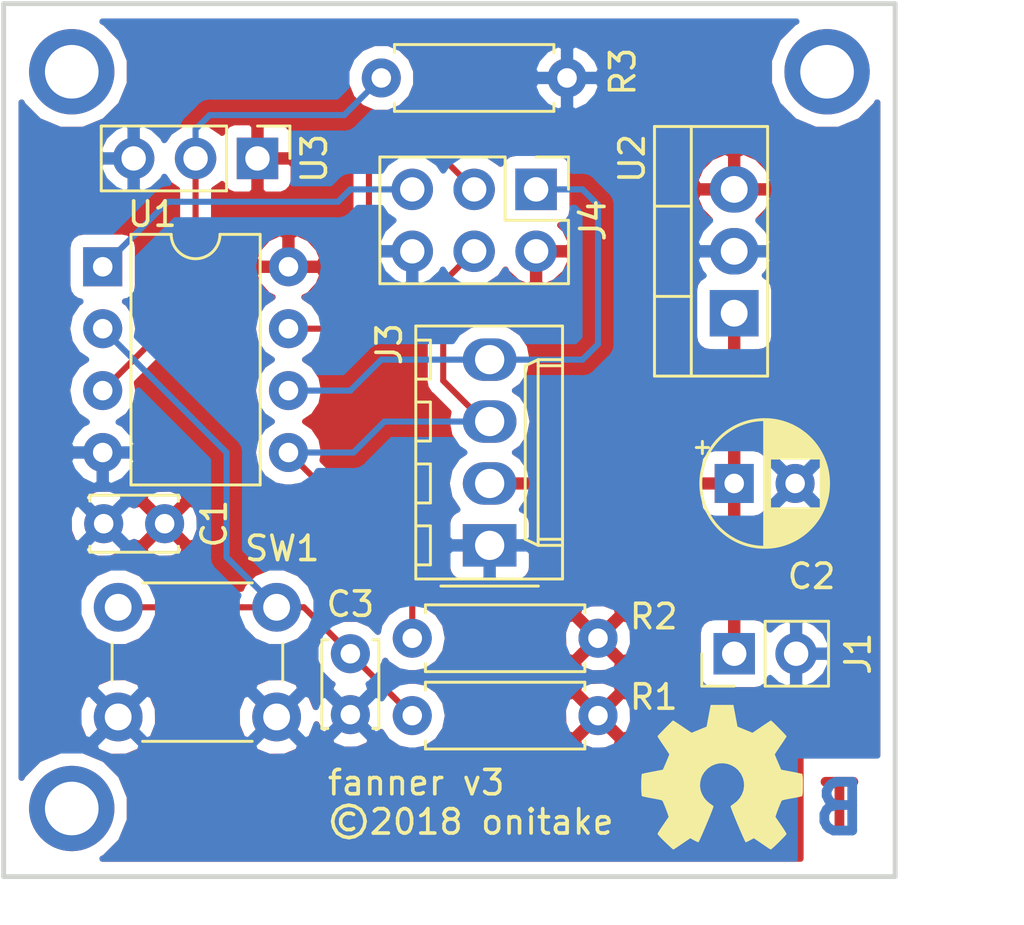
<source format=kicad_pcb>
(kicad_pcb (version 20171130) (host pcbnew 5.0.0+dfsg1-1)

  (general
    (thickness 1.6)
    (drawings 9)
    (tracks 54)
    (zones 0)
    (modules 17)
    (nets 10)
  )

  (page A4)
  (title_block
    (title "Fan Control Unit")
    (date 2018-08-01)
    (rev 3)
    (company "© 2018 Gregor Riepl")
  )

  (layers
    (0 F.Cu signal)
    (31 B.Cu signal)
    (32 B.Adhes user)
    (33 F.Adhes user)
    (34 B.Paste user)
    (35 F.Paste user)
    (36 B.SilkS user)
    (37 F.SilkS user)
    (38 B.Mask user)
    (39 F.Mask user)
    (40 Dwgs.User user)
    (41 Cmts.User user)
    (42 Eco1.User user)
    (43 Eco2.User user)
    (44 Edge.Cuts user)
    (45 Margin user)
    (46 B.CrtYd user)
    (47 F.CrtYd user)
    (48 B.Fab user)
    (49 F.Fab user hide)
  )

  (setup
    (last_trace_width 0.25)
    (trace_clearance 0.2)
    (zone_clearance 0.508)
    (zone_45_only no)
    (trace_min 0.2)
    (segment_width 0.2)
    (edge_width 0.15)
    (via_size 0.8)
    (via_drill 0.4)
    (via_min_size 0.4)
    (via_min_drill 0.3)
    (uvia_size 0.3)
    (uvia_drill 0.1)
    (uvias_allowed no)
    (uvia_min_size 0.2)
    (uvia_min_drill 0.1)
    (pcb_text_width 0.3)
    (pcb_text_size 1.5 1.5)
    (mod_edge_width 0.15)
    (mod_text_size 1 1)
    (mod_text_width 0.15)
    (pad_size 1.524 1.524)
    (pad_drill 0.762)
    (pad_to_mask_clearance 0.2)
    (aux_axis_origin 0 0)
    (visible_elements FFFFFF7F)
    (pcbplotparams
      (layerselection 0x011e0_ffffffff)
      (usegerberextensions true)
      (usegerberattributes true)
      (usegerberadvancedattributes false)
      (creategerberjobfile false)
      (excludeedgelayer true)
      (linewidth 0.100000)
      (plotframeref false)
      (viasonmask false)
      (mode 1)
      (useauxorigin false)
      (hpglpennumber 1)
      (hpglpenspeed 20)
      (hpglpendiameter 15.000000)
      (psnegative false)
      (psa4output false)
      (plotreference true)
      (plotvalue true)
      (plotinvisibletext false)
      (padsonsilk false)
      (subtractmaskfromsilk false)
      (outputformat 1)
      (mirror false)
      (drillshape 0)
      (scaleselection 1)
      (outputdirectory "./plot"))
  )

  (net 0 "")
  (net 1 +5V)
  (net 2 GND)
  (net 3 +12V)
  (net 4 /MISO)
  (net 5 /SCK)
  (net 6 /MOSI)
  (net 7 /~RESET)
  (net 8 /TEMP)
  (net 9 "Net-(C3-Pad1)")

  (net_class Default "This is the default net class."
    (clearance 0.2)
    (trace_width 0.25)
    (via_dia 0.8)
    (via_drill 0.4)
    (uvia_dia 0.3)
    (uvia_drill 0.1)
    (add_net /MISO)
    (add_net /MOSI)
    (add_net /SCK)
    (add_net /TEMP)
    (add_net /~RESET)
    (add_net "Net-(C3-Pad1)")
  )

  (net_class Power ""
    (clearance 0.2)
    (trace_width 0.5)
    (via_dia 1)
    (via_drill 0.8)
    (uvia_dia 0.3)
    (uvia_drill 0.1)
    (add_net +12V)
    (add_net +5V)
    (add_net GND)
  )

  (module Connector_Molex:Molex_KK-254_AE-6410-04A_1x04_P2.54mm_Vertical (layer F.Cu) (tedit 5A15A247) (tstamp 5B4E2A58)
    (at 144.145 100.965 90)
    (descr "Molex KK-254 Interconnect System, old/engineering part number: AE-6410-04A example for new part number: 22-27-2041, 4 Pins (http://www.molex.com/pdm_docs/sd/022272021_sd.pdf), generated with kicad-footprint-generator")
    (tags "connector Molex KK-254 side entry")
    (path /5B3C6C6D)
    (fp_text reference J3 (at 8.255 -4.12 90) (layer F.SilkS)
      (effects (font (size 1 1) (thickness 0.15)))
    )
    (fp_text value "PWM OUT" (at 3.81 4.08 90) (layer F.Fab)
      (effects (font (size 1 1) (thickness 0.15)))
    )
    (fp_text user %R (at 3.81 -2.22 90) (layer F.Fab)
      (effects (font (size 1 1) (thickness 0.15)))
    )
    (fp_line (start 9.39 -3.42) (end -1.77 -3.42) (layer F.CrtYd) (width 0.05))
    (fp_line (start 9.39 3.38) (end 9.39 -3.42) (layer F.CrtYd) (width 0.05))
    (fp_line (start -1.77 3.38) (end 9.39 3.38) (layer F.CrtYd) (width 0.05))
    (fp_line (start -1.77 -3.42) (end -1.77 3.38) (layer F.CrtYd) (width 0.05))
    (fp_line (start 8.42 -2.43) (end 8.42 -3.03) (layer F.SilkS) (width 0.12))
    (fp_line (start 6.82 -2.43) (end 8.42 -2.43) (layer F.SilkS) (width 0.12))
    (fp_line (start 6.82 -3.03) (end 6.82 -2.43) (layer F.SilkS) (width 0.12))
    (fp_line (start 5.88 -2.43) (end 5.88 -3.03) (layer F.SilkS) (width 0.12))
    (fp_line (start 4.28 -2.43) (end 5.88 -2.43) (layer F.SilkS) (width 0.12))
    (fp_line (start 4.28 -3.03) (end 4.28 -2.43) (layer F.SilkS) (width 0.12))
    (fp_line (start 3.34 -2.43) (end 3.34 -3.03) (layer F.SilkS) (width 0.12))
    (fp_line (start 1.74 -2.43) (end 3.34 -2.43) (layer F.SilkS) (width 0.12))
    (fp_line (start 1.74 -3.03) (end 1.74 -2.43) (layer F.SilkS) (width 0.12))
    (fp_line (start 0.8 -2.43) (end 0.8 -3.03) (layer F.SilkS) (width 0.12))
    (fp_line (start -0.8 -2.43) (end 0.8 -2.43) (layer F.SilkS) (width 0.12))
    (fp_line (start -0.8 -3.03) (end -0.8 -2.43) (layer F.SilkS) (width 0.12))
    (fp_line (start 7.37 2.99) (end 7.37 1.99) (layer F.SilkS) (width 0.12))
    (fp_line (start 0.25 2.99) (end 0.25 1.99) (layer F.SilkS) (width 0.12))
    (fp_line (start 7.37 1.46) (end 7.62 1.99) (layer F.SilkS) (width 0.12))
    (fp_line (start 0.25 1.46) (end 7.37 1.46) (layer F.SilkS) (width 0.12))
    (fp_line (start 0 1.99) (end 0.25 1.46) (layer F.SilkS) (width 0.12))
    (fp_line (start 7.62 1.99) (end 7.62 2.99) (layer F.SilkS) (width 0.12))
    (fp_line (start 0 1.99) (end 7.62 1.99) (layer F.SilkS) (width 0.12))
    (fp_line (start 0 2.99) (end 0 1.99) (layer F.SilkS) (width 0.12))
    (fp_line (start -0.562893 0) (end -1.27 0.5) (layer F.Fab) (width 0.1))
    (fp_line (start -1.27 -0.5) (end -0.562893 0) (layer F.Fab) (width 0.1))
    (fp_line (start -1.67 -2) (end -1.67 2) (layer F.SilkS) (width 0.12))
    (fp_line (start 9 -3.03) (end -1.38 -3.03) (layer F.SilkS) (width 0.12))
    (fp_line (start 9 2.99) (end 9 -3.03) (layer F.SilkS) (width 0.12))
    (fp_line (start -1.38 2.99) (end 9 2.99) (layer F.SilkS) (width 0.12))
    (fp_line (start -1.38 -3.03) (end -1.38 2.99) (layer F.SilkS) (width 0.12))
    (fp_line (start 8.89 -2.92) (end -1.27 -2.92) (layer F.Fab) (width 0.1))
    (fp_line (start 8.89 2.88) (end 8.89 -2.92) (layer F.Fab) (width 0.1))
    (fp_line (start -1.27 2.88) (end 8.89 2.88) (layer F.Fab) (width 0.1))
    (fp_line (start -1.27 -2.92) (end -1.27 2.88) (layer F.Fab) (width 0.1))
    (pad 4 thru_hole oval (at 7.62 0 90) (size 1.74 2.2) (drill 1.2) (layers *.Cu *.Mask)
      (net 4 /MISO))
    (pad 3 thru_hole oval (at 5.08 0 90) (size 1.74 2.2) (drill 1.2) (layers *.Cu *.Mask)
      (net 6 /MOSI))
    (pad 2 thru_hole oval (at 2.54 0 90) (size 1.74 2.2) (drill 1.2) (layers *.Cu *.Mask)
      (net 3 +12V))
    (pad 1 thru_hole rect (at 0 0 90) (size 1.74 2.2) (drill 1.2) (layers *.Cu *.Mask)
      (net 2 GND))
    (model ${KISYS3DMOD}/Connector_Molex.3dshapes/Molex_KK-254_AE-6410-04A_1x04_P2.54mm_Vertical.wrl
      (at (xyz 0 0 0))
      (scale (xyz 1 1 1))
      (rotate (xyz 0 0 0))
    )
  )

  (module Capacitor_THT:C_Disc_D3.4mm_W2.1mm_P2.50mm (layer F.Cu) (tedit 5AE50EF0) (tstamp 5B4888CD)
    (at 130.81 100.076 180)
    (descr "C, Disc series, Radial, pin pitch=2.50mm, , diameter*width=3.4*2.1mm^2, Capacitor, http://www.vishay.com/docs/45233/krseries.pdf")
    (tags "C Disc series Radial pin pitch 2.50mm  diameter 3.4mm width 2.1mm Capacitor")
    (path /5B3C6716)
    (fp_text reference C1 (at -2.032 0 270) (layer F.SilkS)
      (effects (font (size 1 1) (thickness 0.15)))
    )
    (fp_text value 100n (at 1.25 2.3 180) (layer F.Fab)
      (effects (font (size 1 1) (thickness 0.15)))
    )
    (fp_line (start -0.45 -1.05) (end -0.45 1.05) (layer F.Fab) (width 0.1))
    (fp_line (start -0.45 1.05) (end 2.95 1.05) (layer F.Fab) (width 0.1))
    (fp_line (start 2.95 1.05) (end 2.95 -1.05) (layer F.Fab) (width 0.1))
    (fp_line (start 2.95 -1.05) (end -0.45 -1.05) (layer F.Fab) (width 0.1))
    (fp_line (start -0.57 -1.17) (end 3.07 -1.17) (layer F.SilkS) (width 0.12))
    (fp_line (start -0.57 1.17) (end 3.07 1.17) (layer F.SilkS) (width 0.12))
    (fp_line (start -0.57 -1.17) (end -0.57 -0.925) (layer F.SilkS) (width 0.12))
    (fp_line (start -0.57 0.925) (end -0.57 1.17) (layer F.SilkS) (width 0.12))
    (fp_line (start 3.07 -1.17) (end 3.07 -0.925) (layer F.SilkS) (width 0.12))
    (fp_line (start 3.07 0.925) (end 3.07 1.17) (layer F.SilkS) (width 0.12))
    (fp_line (start -1.05 -1.3) (end -1.05 1.3) (layer F.CrtYd) (width 0.05))
    (fp_line (start -1.05 1.3) (end 3.55 1.3) (layer F.CrtYd) (width 0.05))
    (fp_line (start 3.55 1.3) (end 3.55 -1.3) (layer F.CrtYd) (width 0.05))
    (fp_line (start 3.55 -1.3) (end -1.05 -1.3) (layer F.CrtYd) (width 0.05))
    (fp_text user %R (at 1.25 0 180) (layer F.Fab)
      (effects (font (size 0.68 0.68) (thickness 0.102)))
    )
    (pad 1 thru_hole circle (at 0 0 180) (size 1.6 1.6) (drill 0.8) (layers *.Cu *.Mask)
      (net 1 +5V))
    (pad 2 thru_hole circle (at 2.5 0 180) (size 1.6 1.6) (drill 0.8) (layers *.Cu *.Mask)
      (net 2 GND))
    (model ${KISYS3DMOD}/Capacitor_THT.3dshapes/C_Disc_D3.4mm_W2.1mm_P2.50mm.wrl
      (at (xyz 0 0 0))
      (scale (xyz 1 1 1))
      (rotate (xyz 0 0 0))
    )
  )

  (module Capacitor_THT:CP_Radial_D5.0mm_P2.50mm (layer F.Cu) (tedit 5AE50EF0) (tstamp 5B488951)
    (at 154.178 98.425)
    (descr "CP, Radial series, Radial, pin pitch=2.50mm, , diameter=5mm, Electrolytic Capacitor")
    (tags "CP Radial series Radial pin pitch 2.50mm  diameter 5mm Electrolytic Capacitor")
    (path /5B3C67D7)
    (fp_text reference C2 (at 3.175 3.81 180) (layer F.SilkS)
      (effects (font (size 1 1) (thickness 0.15)))
    )
    (fp_text value 10u (at 1.25 3.75) (layer F.Fab)
      (effects (font (size 1 1) (thickness 0.15)))
    )
    (fp_circle (center 1.25 0) (end 3.75 0) (layer F.Fab) (width 0.1))
    (fp_circle (center 1.25 0) (end 3.87 0) (layer F.SilkS) (width 0.12))
    (fp_circle (center 1.25 0) (end 4 0) (layer F.CrtYd) (width 0.05))
    (fp_line (start -0.883605 -1.0875) (end -0.383605 -1.0875) (layer F.Fab) (width 0.1))
    (fp_line (start -0.633605 -1.3375) (end -0.633605 -0.8375) (layer F.Fab) (width 0.1))
    (fp_line (start 1.25 -2.58) (end 1.25 2.58) (layer F.SilkS) (width 0.12))
    (fp_line (start 1.29 -2.58) (end 1.29 2.58) (layer F.SilkS) (width 0.12))
    (fp_line (start 1.33 -2.579) (end 1.33 2.579) (layer F.SilkS) (width 0.12))
    (fp_line (start 1.37 -2.578) (end 1.37 2.578) (layer F.SilkS) (width 0.12))
    (fp_line (start 1.41 -2.576) (end 1.41 2.576) (layer F.SilkS) (width 0.12))
    (fp_line (start 1.45 -2.573) (end 1.45 2.573) (layer F.SilkS) (width 0.12))
    (fp_line (start 1.49 -2.569) (end 1.49 -1.04) (layer F.SilkS) (width 0.12))
    (fp_line (start 1.49 1.04) (end 1.49 2.569) (layer F.SilkS) (width 0.12))
    (fp_line (start 1.53 -2.565) (end 1.53 -1.04) (layer F.SilkS) (width 0.12))
    (fp_line (start 1.53 1.04) (end 1.53 2.565) (layer F.SilkS) (width 0.12))
    (fp_line (start 1.57 -2.561) (end 1.57 -1.04) (layer F.SilkS) (width 0.12))
    (fp_line (start 1.57 1.04) (end 1.57 2.561) (layer F.SilkS) (width 0.12))
    (fp_line (start 1.61 -2.556) (end 1.61 -1.04) (layer F.SilkS) (width 0.12))
    (fp_line (start 1.61 1.04) (end 1.61 2.556) (layer F.SilkS) (width 0.12))
    (fp_line (start 1.65 -2.55) (end 1.65 -1.04) (layer F.SilkS) (width 0.12))
    (fp_line (start 1.65 1.04) (end 1.65 2.55) (layer F.SilkS) (width 0.12))
    (fp_line (start 1.69 -2.543) (end 1.69 -1.04) (layer F.SilkS) (width 0.12))
    (fp_line (start 1.69 1.04) (end 1.69 2.543) (layer F.SilkS) (width 0.12))
    (fp_line (start 1.73 -2.536) (end 1.73 -1.04) (layer F.SilkS) (width 0.12))
    (fp_line (start 1.73 1.04) (end 1.73 2.536) (layer F.SilkS) (width 0.12))
    (fp_line (start 1.77 -2.528) (end 1.77 -1.04) (layer F.SilkS) (width 0.12))
    (fp_line (start 1.77 1.04) (end 1.77 2.528) (layer F.SilkS) (width 0.12))
    (fp_line (start 1.81 -2.52) (end 1.81 -1.04) (layer F.SilkS) (width 0.12))
    (fp_line (start 1.81 1.04) (end 1.81 2.52) (layer F.SilkS) (width 0.12))
    (fp_line (start 1.85 -2.511) (end 1.85 -1.04) (layer F.SilkS) (width 0.12))
    (fp_line (start 1.85 1.04) (end 1.85 2.511) (layer F.SilkS) (width 0.12))
    (fp_line (start 1.89 -2.501) (end 1.89 -1.04) (layer F.SilkS) (width 0.12))
    (fp_line (start 1.89 1.04) (end 1.89 2.501) (layer F.SilkS) (width 0.12))
    (fp_line (start 1.93 -2.491) (end 1.93 -1.04) (layer F.SilkS) (width 0.12))
    (fp_line (start 1.93 1.04) (end 1.93 2.491) (layer F.SilkS) (width 0.12))
    (fp_line (start 1.971 -2.48) (end 1.971 -1.04) (layer F.SilkS) (width 0.12))
    (fp_line (start 1.971 1.04) (end 1.971 2.48) (layer F.SilkS) (width 0.12))
    (fp_line (start 2.011 -2.468) (end 2.011 -1.04) (layer F.SilkS) (width 0.12))
    (fp_line (start 2.011 1.04) (end 2.011 2.468) (layer F.SilkS) (width 0.12))
    (fp_line (start 2.051 -2.455) (end 2.051 -1.04) (layer F.SilkS) (width 0.12))
    (fp_line (start 2.051 1.04) (end 2.051 2.455) (layer F.SilkS) (width 0.12))
    (fp_line (start 2.091 -2.442) (end 2.091 -1.04) (layer F.SilkS) (width 0.12))
    (fp_line (start 2.091 1.04) (end 2.091 2.442) (layer F.SilkS) (width 0.12))
    (fp_line (start 2.131 -2.428) (end 2.131 -1.04) (layer F.SilkS) (width 0.12))
    (fp_line (start 2.131 1.04) (end 2.131 2.428) (layer F.SilkS) (width 0.12))
    (fp_line (start 2.171 -2.414) (end 2.171 -1.04) (layer F.SilkS) (width 0.12))
    (fp_line (start 2.171 1.04) (end 2.171 2.414) (layer F.SilkS) (width 0.12))
    (fp_line (start 2.211 -2.398) (end 2.211 -1.04) (layer F.SilkS) (width 0.12))
    (fp_line (start 2.211 1.04) (end 2.211 2.398) (layer F.SilkS) (width 0.12))
    (fp_line (start 2.251 -2.382) (end 2.251 -1.04) (layer F.SilkS) (width 0.12))
    (fp_line (start 2.251 1.04) (end 2.251 2.382) (layer F.SilkS) (width 0.12))
    (fp_line (start 2.291 -2.365) (end 2.291 -1.04) (layer F.SilkS) (width 0.12))
    (fp_line (start 2.291 1.04) (end 2.291 2.365) (layer F.SilkS) (width 0.12))
    (fp_line (start 2.331 -2.348) (end 2.331 -1.04) (layer F.SilkS) (width 0.12))
    (fp_line (start 2.331 1.04) (end 2.331 2.348) (layer F.SilkS) (width 0.12))
    (fp_line (start 2.371 -2.329) (end 2.371 -1.04) (layer F.SilkS) (width 0.12))
    (fp_line (start 2.371 1.04) (end 2.371 2.329) (layer F.SilkS) (width 0.12))
    (fp_line (start 2.411 -2.31) (end 2.411 -1.04) (layer F.SilkS) (width 0.12))
    (fp_line (start 2.411 1.04) (end 2.411 2.31) (layer F.SilkS) (width 0.12))
    (fp_line (start 2.451 -2.29) (end 2.451 -1.04) (layer F.SilkS) (width 0.12))
    (fp_line (start 2.451 1.04) (end 2.451 2.29) (layer F.SilkS) (width 0.12))
    (fp_line (start 2.491 -2.268) (end 2.491 -1.04) (layer F.SilkS) (width 0.12))
    (fp_line (start 2.491 1.04) (end 2.491 2.268) (layer F.SilkS) (width 0.12))
    (fp_line (start 2.531 -2.247) (end 2.531 -1.04) (layer F.SilkS) (width 0.12))
    (fp_line (start 2.531 1.04) (end 2.531 2.247) (layer F.SilkS) (width 0.12))
    (fp_line (start 2.571 -2.224) (end 2.571 -1.04) (layer F.SilkS) (width 0.12))
    (fp_line (start 2.571 1.04) (end 2.571 2.224) (layer F.SilkS) (width 0.12))
    (fp_line (start 2.611 -2.2) (end 2.611 -1.04) (layer F.SilkS) (width 0.12))
    (fp_line (start 2.611 1.04) (end 2.611 2.2) (layer F.SilkS) (width 0.12))
    (fp_line (start 2.651 -2.175) (end 2.651 -1.04) (layer F.SilkS) (width 0.12))
    (fp_line (start 2.651 1.04) (end 2.651 2.175) (layer F.SilkS) (width 0.12))
    (fp_line (start 2.691 -2.149) (end 2.691 -1.04) (layer F.SilkS) (width 0.12))
    (fp_line (start 2.691 1.04) (end 2.691 2.149) (layer F.SilkS) (width 0.12))
    (fp_line (start 2.731 -2.122) (end 2.731 -1.04) (layer F.SilkS) (width 0.12))
    (fp_line (start 2.731 1.04) (end 2.731 2.122) (layer F.SilkS) (width 0.12))
    (fp_line (start 2.771 -2.095) (end 2.771 -1.04) (layer F.SilkS) (width 0.12))
    (fp_line (start 2.771 1.04) (end 2.771 2.095) (layer F.SilkS) (width 0.12))
    (fp_line (start 2.811 -2.065) (end 2.811 -1.04) (layer F.SilkS) (width 0.12))
    (fp_line (start 2.811 1.04) (end 2.811 2.065) (layer F.SilkS) (width 0.12))
    (fp_line (start 2.851 -2.035) (end 2.851 -1.04) (layer F.SilkS) (width 0.12))
    (fp_line (start 2.851 1.04) (end 2.851 2.035) (layer F.SilkS) (width 0.12))
    (fp_line (start 2.891 -2.004) (end 2.891 -1.04) (layer F.SilkS) (width 0.12))
    (fp_line (start 2.891 1.04) (end 2.891 2.004) (layer F.SilkS) (width 0.12))
    (fp_line (start 2.931 -1.971) (end 2.931 -1.04) (layer F.SilkS) (width 0.12))
    (fp_line (start 2.931 1.04) (end 2.931 1.971) (layer F.SilkS) (width 0.12))
    (fp_line (start 2.971 -1.937) (end 2.971 -1.04) (layer F.SilkS) (width 0.12))
    (fp_line (start 2.971 1.04) (end 2.971 1.937) (layer F.SilkS) (width 0.12))
    (fp_line (start 3.011 -1.901) (end 3.011 -1.04) (layer F.SilkS) (width 0.12))
    (fp_line (start 3.011 1.04) (end 3.011 1.901) (layer F.SilkS) (width 0.12))
    (fp_line (start 3.051 -1.864) (end 3.051 -1.04) (layer F.SilkS) (width 0.12))
    (fp_line (start 3.051 1.04) (end 3.051 1.864) (layer F.SilkS) (width 0.12))
    (fp_line (start 3.091 -1.826) (end 3.091 -1.04) (layer F.SilkS) (width 0.12))
    (fp_line (start 3.091 1.04) (end 3.091 1.826) (layer F.SilkS) (width 0.12))
    (fp_line (start 3.131 -1.785) (end 3.131 -1.04) (layer F.SilkS) (width 0.12))
    (fp_line (start 3.131 1.04) (end 3.131 1.785) (layer F.SilkS) (width 0.12))
    (fp_line (start 3.171 -1.743) (end 3.171 -1.04) (layer F.SilkS) (width 0.12))
    (fp_line (start 3.171 1.04) (end 3.171 1.743) (layer F.SilkS) (width 0.12))
    (fp_line (start 3.211 -1.699) (end 3.211 -1.04) (layer F.SilkS) (width 0.12))
    (fp_line (start 3.211 1.04) (end 3.211 1.699) (layer F.SilkS) (width 0.12))
    (fp_line (start 3.251 -1.653) (end 3.251 -1.04) (layer F.SilkS) (width 0.12))
    (fp_line (start 3.251 1.04) (end 3.251 1.653) (layer F.SilkS) (width 0.12))
    (fp_line (start 3.291 -1.605) (end 3.291 -1.04) (layer F.SilkS) (width 0.12))
    (fp_line (start 3.291 1.04) (end 3.291 1.605) (layer F.SilkS) (width 0.12))
    (fp_line (start 3.331 -1.554) (end 3.331 -1.04) (layer F.SilkS) (width 0.12))
    (fp_line (start 3.331 1.04) (end 3.331 1.554) (layer F.SilkS) (width 0.12))
    (fp_line (start 3.371 -1.5) (end 3.371 -1.04) (layer F.SilkS) (width 0.12))
    (fp_line (start 3.371 1.04) (end 3.371 1.5) (layer F.SilkS) (width 0.12))
    (fp_line (start 3.411 -1.443) (end 3.411 -1.04) (layer F.SilkS) (width 0.12))
    (fp_line (start 3.411 1.04) (end 3.411 1.443) (layer F.SilkS) (width 0.12))
    (fp_line (start 3.451 -1.383) (end 3.451 -1.04) (layer F.SilkS) (width 0.12))
    (fp_line (start 3.451 1.04) (end 3.451 1.383) (layer F.SilkS) (width 0.12))
    (fp_line (start 3.491 -1.319) (end 3.491 -1.04) (layer F.SilkS) (width 0.12))
    (fp_line (start 3.491 1.04) (end 3.491 1.319) (layer F.SilkS) (width 0.12))
    (fp_line (start 3.531 -1.251) (end 3.531 -1.04) (layer F.SilkS) (width 0.12))
    (fp_line (start 3.531 1.04) (end 3.531 1.251) (layer F.SilkS) (width 0.12))
    (fp_line (start 3.571 -1.178) (end 3.571 1.178) (layer F.SilkS) (width 0.12))
    (fp_line (start 3.611 -1.098) (end 3.611 1.098) (layer F.SilkS) (width 0.12))
    (fp_line (start 3.651 -1.011) (end 3.651 1.011) (layer F.SilkS) (width 0.12))
    (fp_line (start 3.691 -0.915) (end 3.691 0.915) (layer F.SilkS) (width 0.12))
    (fp_line (start 3.731 -0.805) (end 3.731 0.805) (layer F.SilkS) (width 0.12))
    (fp_line (start 3.771 -0.677) (end 3.771 0.677) (layer F.SilkS) (width 0.12))
    (fp_line (start 3.811 -0.518) (end 3.811 0.518) (layer F.SilkS) (width 0.12))
    (fp_line (start 3.851 -0.284) (end 3.851 0.284) (layer F.SilkS) (width 0.12))
    (fp_line (start -1.554775 -1.475) (end -1.054775 -1.475) (layer F.SilkS) (width 0.12))
    (fp_line (start -1.304775 -1.725) (end -1.304775 -1.225) (layer F.SilkS) (width 0.12))
    (fp_text user %R (at 1.25 0) (layer F.Fab)
      (effects (font (size 1 1) (thickness 0.15)))
    )
    (pad 1 thru_hole rect (at 0 0) (size 1.6 1.6) (drill 0.8) (layers *.Cu *.Mask)
      (net 3 +12V))
    (pad 2 thru_hole circle (at 2.5 0) (size 1.6 1.6) (drill 0.8) (layers *.Cu *.Mask)
      (net 2 GND))
    (model ${KISYS3DMOD}/Capacitor_THT.3dshapes/CP_Radial_D5.0mm_P2.50mm.wrl
      (at (xyz 0 0 0))
      (scale (xyz 1 1 1))
      (rotate (xyz 0 0 0))
    )
  )

  (module Package_DIP:DIP-8_W7.62mm (layer F.Cu) (tedit 5A02E8C5) (tstamp 5B4889E7)
    (at 128.27 89.535)
    (descr "8-lead though-hole mounted DIP package, row spacing 7.62 mm (300 mils)")
    (tags "THT DIP DIL PDIP 2.54mm 7.62mm 300mil")
    (path /5B3C62F8)
    (fp_text reference U1 (at 2.032 -2.159) (layer F.SilkS)
      (effects (font (size 1 1) (thickness 0.15)))
    )
    (fp_text value ATtiny13A-PU (at 3.81 9.95) (layer F.Fab)
      (effects (font (size 1 1) (thickness 0.15)))
    )
    (fp_arc (start 3.81 -1.33) (end 2.81 -1.33) (angle -180) (layer F.SilkS) (width 0.12))
    (fp_line (start 1.635 -1.27) (end 6.985 -1.27) (layer F.Fab) (width 0.1))
    (fp_line (start 6.985 -1.27) (end 6.985 8.89) (layer F.Fab) (width 0.1))
    (fp_line (start 6.985 8.89) (end 0.635 8.89) (layer F.Fab) (width 0.1))
    (fp_line (start 0.635 8.89) (end 0.635 -0.27) (layer F.Fab) (width 0.1))
    (fp_line (start 0.635 -0.27) (end 1.635 -1.27) (layer F.Fab) (width 0.1))
    (fp_line (start 2.81 -1.33) (end 1.16 -1.33) (layer F.SilkS) (width 0.12))
    (fp_line (start 1.16 -1.33) (end 1.16 8.95) (layer F.SilkS) (width 0.12))
    (fp_line (start 1.16 8.95) (end 6.46 8.95) (layer F.SilkS) (width 0.12))
    (fp_line (start 6.46 8.95) (end 6.46 -1.33) (layer F.SilkS) (width 0.12))
    (fp_line (start 6.46 -1.33) (end 4.81 -1.33) (layer F.SilkS) (width 0.12))
    (fp_line (start -1.1 -1.55) (end -1.1 9.15) (layer F.CrtYd) (width 0.05))
    (fp_line (start -1.1 9.15) (end 8.7 9.15) (layer F.CrtYd) (width 0.05))
    (fp_line (start 8.7 9.15) (end 8.7 -1.55) (layer F.CrtYd) (width 0.05))
    (fp_line (start 8.7 -1.55) (end -1.1 -1.55) (layer F.CrtYd) (width 0.05))
    (fp_text user %R (at 3.81 3.81) (layer F.Fab)
      (effects (font (size 1 1) (thickness 0.15)))
    )
    (pad 1 thru_hole rect (at 0 0) (size 1.6 1.6) (drill 0.8) (layers *.Cu *.Mask)
      (net 7 /~RESET))
    (pad 5 thru_hole oval (at 7.62 7.62) (size 1.6 1.6) (drill 0.8) (layers *.Cu *.Mask)
      (net 6 /MOSI))
    (pad 2 thru_hole oval (at 0 2.54) (size 1.6 1.6) (drill 0.8) (layers *.Cu *.Mask)
      (net 9 "Net-(C3-Pad1)"))
    (pad 6 thru_hole oval (at 7.62 5.08) (size 1.6 1.6) (drill 0.8) (layers *.Cu *.Mask)
      (net 4 /MISO))
    (pad 3 thru_hole oval (at 0 5.08) (size 1.6 1.6) (drill 0.8) (layers *.Cu *.Mask)
      (net 8 /TEMP))
    (pad 7 thru_hole oval (at 7.62 2.54) (size 1.6 1.6) (drill 0.8) (layers *.Cu *.Mask)
      (net 5 /SCK))
    (pad 4 thru_hole oval (at 0 7.62) (size 1.6 1.6) (drill 0.8) (layers *.Cu *.Mask)
      (net 2 GND))
    (pad 8 thru_hole oval (at 7.62 0) (size 1.6 1.6) (drill 0.8) (layers *.Cu *.Mask)
      (net 1 +5V))
    (model ${KISYS3DMOD}/Package_DIP.3dshapes/DIP-8_W7.62mm.wrl
      (at (xyz 0 0 0))
      (scale (xyz 1 1 1))
      (rotate (xyz 0 0 0))
    )
  )

  (module Resistor_THT:R_Axial_DIN0207_L6.3mm_D2.5mm_P7.62mm_Horizontal (layer F.Cu) (tedit 5AE5139B) (tstamp 5B4E2729)
    (at 148.59 107.95 180)
    (descr "Resistor, Axial_DIN0207 series, Axial, Horizontal, pin pitch=7.62mm, 0.25W = 1/4W, length*diameter=6.3*2.5mm^2, http://cdn-reichelt.de/documents/datenblatt/B400/1_4W%23YAG.pdf")
    (tags "Resistor Axial_DIN0207 series Axial Horizontal pin pitch 7.62mm 0.25W = 1/4W length 6.3mm diameter 2.5mm")
    (path /5B4200B1)
    (fp_text reference R1 (at -2.286 0.762 180) (layer F.SilkS)
      (effects (font (size 1 1) (thickness 0.15)))
    )
    (fp_text value 10k (at 3.81 2.37 180) (layer F.Fab)
      (effects (font (size 1 1) (thickness 0.15)))
    )
    (fp_line (start 0.66 -1.25) (end 0.66 1.25) (layer F.Fab) (width 0.1))
    (fp_line (start 0.66 1.25) (end 6.96 1.25) (layer F.Fab) (width 0.1))
    (fp_line (start 6.96 1.25) (end 6.96 -1.25) (layer F.Fab) (width 0.1))
    (fp_line (start 6.96 -1.25) (end 0.66 -1.25) (layer F.Fab) (width 0.1))
    (fp_line (start 0 0) (end 0.66 0) (layer F.Fab) (width 0.1))
    (fp_line (start 7.62 0) (end 6.96 0) (layer F.Fab) (width 0.1))
    (fp_line (start 0.54 -1.04) (end 0.54 -1.37) (layer F.SilkS) (width 0.12))
    (fp_line (start 0.54 -1.37) (end 7.08 -1.37) (layer F.SilkS) (width 0.12))
    (fp_line (start 7.08 -1.37) (end 7.08 -1.04) (layer F.SilkS) (width 0.12))
    (fp_line (start 0.54 1.04) (end 0.54 1.37) (layer F.SilkS) (width 0.12))
    (fp_line (start 0.54 1.37) (end 7.08 1.37) (layer F.SilkS) (width 0.12))
    (fp_line (start 7.08 1.37) (end 7.08 1.04) (layer F.SilkS) (width 0.12))
    (fp_line (start -1.05 -1.5) (end -1.05 1.5) (layer F.CrtYd) (width 0.05))
    (fp_line (start -1.05 1.5) (end 8.67 1.5) (layer F.CrtYd) (width 0.05))
    (fp_line (start 8.67 1.5) (end 8.67 -1.5) (layer F.CrtYd) (width 0.05))
    (fp_line (start 8.67 -1.5) (end -1.05 -1.5) (layer F.CrtYd) (width 0.05))
    (fp_text user %R (at 3.81 0 180) (layer F.Fab)
      (effects (font (size 1 1) (thickness 0.15)))
    )
    (pad 1 thru_hole circle (at 0 0 180) (size 1.6 1.6) (drill 0.8) (layers *.Cu *.Mask)
      (net 1 +5V))
    (pad 2 thru_hole oval (at 7.62 0 180) (size 1.6 1.6) (drill 0.8) (layers *.Cu *.Mask)
      (net 9 "Net-(C3-Pad1)"))
    (model ${KISYS3DMOD}/Resistor_THT.3dshapes/R_Axial_DIN0207_L6.3mm_D2.5mm_P7.62mm_Horizontal.wrl
      (at (xyz 0 0 0))
      (scale (xyz 1 1 1))
      (rotate (xyz 0 0 0))
    )
  )

  (module Button_Switch_THT:SW_PUSH_6mm (layer F.Cu) (tedit 5A02FE31) (tstamp 5B4E2748)
    (at 128.905 103.505)
    (descr https://www.omron.com/ecb/products/pdf/en-b3f.pdf)
    (tags "tact sw push 6mm")
    (path /5B41F8F8)
    (fp_text reference SW1 (at 6.731 -2.413) (layer F.SilkS)
      (effects (font (size 1 1) (thickness 0.15)))
    )
    (fp_text value MODE (at 3.75 6.7) (layer F.Fab)
      (effects (font (size 1 1) (thickness 0.15)))
    )
    (fp_text user %R (at 3.25 2.25) (layer F.Fab)
      (effects (font (size 1 1) (thickness 0.15)))
    )
    (fp_line (start 3.25 -0.75) (end 6.25 -0.75) (layer F.Fab) (width 0.1))
    (fp_line (start 6.25 -0.75) (end 6.25 5.25) (layer F.Fab) (width 0.1))
    (fp_line (start 6.25 5.25) (end 0.25 5.25) (layer F.Fab) (width 0.1))
    (fp_line (start 0.25 5.25) (end 0.25 -0.75) (layer F.Fab) (width 0.1))
    (fp_line (start 0.25 -0.75) (end 3.25 -0.75) (layer F.Fab) (width 0.1))
    (fp_line (start 7.75 6) (end 8 6) (layer F.CrtYd) (width 0.05))
    (fp_line (start 8 6) (end 8 5.75) (layer F.CrtYd) (width 0.05))
    (fp_line (start 7.75 -1.5) (end 8 -1.5) (layer F.CrtYd) (width 0.05))
    (fp_line (start 8 -1.5) (end 8 -1.25) (layer F.CrtYd) (width 0.05))
    (fp_line (start -1.5 -1.25) (end -1.5 -1.5) (layer F.CrtYd) (width 0.05))
    (fp_line (start -1.5 -1.5) (end -1.25 -1.5) (layer F.CrtYd) (width 0.05))
    (fp_line (start -1.5 5.75) (end -1.5 6) (layer F.CrtYd) (width 0.05))
    (fp_line (start -1.5 6) (end -1.25 6) (layer F.CrtYd) (width 0.05))
    (fp_line (start -1.25 -1.5) (end 7.75 -1.5) (layer F.CrtYd) (width 0.05))
    (fp_line (start -1.5 5.75) (end -1.5 -1.25) (layer F.CrtYd) (width 0.05))
    (fp_line (start 7.75 6) (end -1.25 6) (layer F.CrtYd) (width 0.05))
    (fp_line (start 8 -1.25) (end 8 5.75) (layer F.CrtYd) (width 0.05))
    (fp_line (start 1 5.5) (end 5.5 5.5) (layer F.SilkS) (width 0.12))
    (fp_line (start -0.25 1.5) (end -0.25 3) (layer F.SilkS) (width 0.12))
    (fp_line (start 5.5 -1) (end 1 -1) (layer F.SilkS) (width 0.12))
    (fp_line (start 6.75 3) (end 6.75 1.5) (layer F.SilkS) (width 0.12))
    (fp_circle (center 3.25 2.25) (end 1.25 2.5) (layer F.Fab) (width 0.1))
    (pad 2 thru_hole circle (at 0 4.5 90) (size 2 2) (drill 1.1) (layers *.Cu *.Mask)
      (net 2 GND))
    (pad 1 thru_hole circle (at 0 0 90) (size 2 2) (drill 1.1) (layers *.Cu *.Mask)
      (net 9 "Net-(C3-Pad1)"))
    (pad 2 thru_hole circle (at 6.5 4.5 90) (size 2 2) (drill 1.1) (layers *.Cu *.Mask)
      (net 2 GND))
    (pad 1 thru_hole circle (at 6.5 0 90) (size 2 2) (drill 1.1) (layers *.Cu *.Mask)
      (net 9 "Net-(C3-Pad1)"))
    (model ${KISYS3DMOD}/Button_Switch_THT.3dshapes/SW_PUSH_6mm.wrl
      (at (xyz 0 0 0))
      (scale (xyz 1 1 1))
      (rotate (xyz 0 0 0))
    )
  )

  (module Connector_PinHeader_2.54mm:PinHeader_1x02_P2.54mm_Vertical (layer F.Cu) (tedit 59FED5CC) (tstamp 5B4E2A2D)
    (at 154.178 105.41 90)
    (descr "Through hole straight pin header, 1x02, 2.54mm pitch, single row")
    (tags "Through hole pin header THT 1x02 2.54mm single row")
    (path /5B3C6D50)
    (fp_text reference J1 (at 0 5.08 270) (layer F.SilkS)
      (effects (font (size 1 1) (thickness 0.15)))
    )
    (fp_text value "12V PWR" (at 0 4.87 90) (layer F.Fab)
      (effects (font (size 1 1) (thickness 0.15)))
    )
    (fp_line (start -0.635 -1.27) (end 1.27 -1.27) (layer F.Fab) (width 0.1))
    (fp_line (start 1.27 -1.27) (end 1.27 3.81) (layer F.Fab) (width 0.1))
    (fp_line (start 1.27 3.81) (end -1.27 3.81) (layer F.Fab) (width 0.1))
    (fp_line (start -1.27 3.81) (end -1.27 -0.635) (layer F.Fab) (width 0.1))
    (fp_line (start -1.27 -0.635) (end -0.635 -1.27) (layer F.Fab) (width 0.1))
    (fp_line (start -1.33 3.87) (end 1.33 3.87) (layer F.SilkS) (width 0.12))
    (fp_line (start -1.33 1.27) (end -1.33 3.87) (layer F.SilkS) (width 0.12))
    (fp_line (start 1.33 1.27) (end 1.33 3.87) (layer F.SilkS) (width 0.12))
    (fp_line (start -1.33 1.27) (end 1.33 1.27) (layer F.SilkS) (width 0.12))
    (fp_line (start -1.33 0) (end -1.33 -1.33) (layer F.SilkS) (width 0.12))
    (fp_line (start -1.33 -1.33) (end 0 -1.33) (layer F.SilkS) (width 0.12))
    (fp_line (start -1.8 -1.8) (end -1.8 4.35) (layer F.CrtYd) (width 0.05))
    (fp_line (start -1.8 4.35) (end 1.8 4.35) (layer F.CrtYd) (width 0.05))
    (fp_line (start 1.8 4.35) (end 1.8 -1.8) (layer F.CrtYd) (width 0.05))
    (fp_line (start 1.8 -1.8) (end -1.8 -1.8) (layer F.CrtYd) (width 0.05))
    (fp_text user %R (at 0 1.27 180) (layer F.Fab)
      (effects (font (size 1 1) (thickness 0.15)))
    )
    (pad 1 thru_hole rect (at 0 0 90) (size 1.7 1.7) (drill 1) (layers *.Cu *.Mask)
      (net 3 +12V))
    (pad 2 thru_hole oval (at 0 2.54 90) (size 1.7 1.7) (drill 1) (layers *.Cu *.Mask)
      (net 2 GND))
    (model ${KISYS3DMOD}/Connector_PinHeader_2.54mm.3dshapes/PinHeader_1x02_P2.54mm_Vertical.wrl
      (at (xyz 0 0 0))
      (scale (xyz 1 1 1))
      (rotate (xyz 0 0 0))
    )
  )

  (module Connector_PinHeader_2.54mm:PinHeader_2x03_P2.54mm_Vertical (layer F.Cu) (tedit 59FED5CC) (tstamp 5B4E2A6F)
    (at 146.05 86.36 270)
    (descr "Through hole straight pin header, 2x03, 2.54mm pitch, double rows")
    (tags "Through hole pin header THT 2x03 2.54mm double row")
    (path /5B3C6E6B)
    (fp_text reference J4 (at 1.27 -2.33 270) (layer F.SilkS)
      (effects (font (size 1 1) (thickness 0.15)))
    )
    (fp_text value ISP (at 1.27 7.41 270) (layer F.Fab)
      (effects (font (size 1 1) (thickness 0.15)))
    )
    (fp_line (start 0 -1.27) (end 3.81 -1.27) (layer F.Fab) (width 0.1))
    (fp_line (start 3.81 -1.27) (end 3.81 6.35) (layer F.Fab) (width 0.1))
    (fp_line (start 3.81 6.35) (end -1.27 6.35) (layer F.Fab) (width 0.1))
    (fp_line (start -1.27 6.35) (end -1.27 0) (layer F.Fab) (width 0.1))
    (fp_line (start -1.27 0) (end 0 -1.27) (layer F.Fab) (width 0.1))
    (fp_line (start -1.33 6.41) (end 3.87 6.41) (layer F.SilkS) (width 0.12))
    (fp_line (start -1.33 1.27) (end -1.33 6.41) (layer F.SilkS) (width 0.12))
    (fp_line (start 3.87 -1.33) (end 3.87 6.41) (layer F.SilkS) (width 0.12))
    (fp_line (start -1.33 1.27) (end 1.27 1.27) (layer F.SilkS) (width 0.12))
    (fp_line (start 1.27 1.27) (end 1.27 -1.33) (layer F.SilkS) (width 0.12))
    (fp_line (start 1.27 -1.33) (end 3.87 -1.33) (layer F.SilkS) (width 0.12))
    (fp_line (start -1.33 0) (end -1.33 -1.33) (layer F.SilkS) (width 0.12))
    (fp_line (start -1.33 -1.33) (end 0 -1.33) (layer F.SilkS) (width 0.12))
    (fp_line (start -1.8 -1.8) (end -1.8 6.85) (layer F.CrtYd) (width 0.05))
    (fp_line (start -1.8 6.85) (end 4.35 6.85) (layer F.CrtYd) (width 0.05))
    (fp_line (start 4.35 6.85) (end 4.35 -1.8) (layer F.CrtYd) (width 0.05))
    (fp_line (start 4.35 -1.8) (end -1.8 -1.8) (layer F.CrtYd) (width 0.05))
    (fp_text user %R (at 1.27 2.54) (layer F.Fab)
      (effects (font (size 1 1) (thickness 0.15)))
    )
    (pad 1 thru_hole rect (at 0 0 270) (size 1.7 1.7) (drill 1) (layers *.Cu *.Mask)
      (net 4 /MISO))
    (pad 2 thru_hole oval (at 2.54 0 270) (size 1.7 1.7) (drill 1) (layers *.Cu *.Mask)
      (net 1 +5V))
    (pad 3 thru_hole oval (at 0 2.54 270) (size 1.7 1.7) (drill 1) (layers *.Cu *.Mask)
      (net 5 /SCK))
    (pad 4 thru_hole oval (at 2.54 2.54 270) (size 1.7 1.7) (drill 1) (layers *.Cu *.Mask)
      (net 6 /MOSI))
    (pad 5 thru_hole oval (at 0 5.08 270) (size 1.7 1.7) (drill 1) (layers *.Cu *.Mask)
      (net 7 /~RESET))
    (pad 6 thru_hole oval (at 2.54 5.08 270) (size 1.7 1.7) (drill 1) (layers *.Cu *.Mask)
      (net 2 GND))
    (model ${KISYS3DMOD}/Connector_PinHeader_2.54mm.3dshapes/PinHeader_2x03_P2.54mm_Vertical.wrl
      (at (xyz 0 0 0))
      (scale (xyz 1 1 1))
      (rotate (xyz 0 0 0))
    )
  )

  (module Package_TO_SOT_THT:TO-220-3_Vertical (layer F.Cu) (tedit 5AC8BA0D) (tstamp 5B59DAD0)
    (at 154.178 91.44 90)
    (descr "TO-220-3, Vertical, RM 2.54mm, see https://www.vishay.com/docs/66542/to-220-1.pdf")
    (tags "TO-220-3 Vertical RM 2.54mm")
    (path /5B3C693C)
    (fp_text reference U2 (at 6.35 -4.191 270) (layer F.SilkS)
      (effects (font (size 1 1) (thickness 0.15)))
    )
    (fp_text value LM2937IMP-5.0 (at 2.54 2.5 90) (layer F.Fab)
      (effects (font (size 1 1) (thickness 0.15)))
    )
    (fp_line (start -2.46 -3.15) (end -2.46 1.25) (layer F.Fab) (width 0.1))
    (fp_line (start -2.46 1.25) (end 7.54 1.25) (layer F.Fab) (width 0.1))
    (fp_line (start 7.54 1.25) (end 7.54 -3.15) (layer F.Fab) (width 0.1))
    (fp_line (start 7.54 -3.15) (end -2.46 -3.15) (layer F.Fab) (width 0.1))
    (fp_line (start -2.46 -1.88) (end 7.54 -1.88) (layer F.Fab) (width 0.1))
    (fp_line (start 0.69 -3.15) (end 0.69 -1.88) (layer F.Fab) (width 0.1))
    (fp_line (start 4.39 -3.15) (end 4.39 -1.88) (layer F.Fab) (width 0.1))
    (fp_line (start -2.58 -3.27) (end 7.66 -3.27) (layer F.SilkS) (width 0.12))
    (fp_line (start -2.58 1.371) (end 7.66 1.371) (layer F.SilkS) (width 0.12))
    (fp_line (start -2.58 -3.27) (end -2.58 1.371) (layer F.SilkS) (width 0.12))
    (fp_line (start 7.66 -3.27) (end 7.66 1.371) (layer F.SilkS) (width 0.12))
    (fp_line (start -2.58 -1.76) (end 7.66 -1.76) (layer F.SilkS) (width 0.12))
    (fp_line (start 0.69 -3.27) (end 0.69 -1.76) (layer F.SilkS) (width 0.12))
    (fp_line (start 4.391 -3.27) (end 4.391 -1.76) (layer F.SilkS) (width 0.12))
    (fp_line (start -2.71 -3.4) (end -2.71 1.51) (layer F.CrtYd) (width 0.05))
    (fp_line (start -2.71 1.51) (end 7.79 1.51) (layer F.CrtYd) (width 0.05))
    (fp_line (start 7.79 1.51) (end 7.79 -3.4) (layer F.CrtYd) (width 0.05))
    (fp_line (start 7.79 -3.4) (end -2.71 -3.4) (layer F.CrtYd) (width 0.05))
    (fp_text user %R (at 2.54 -4.27 90) (layer F.Fab)
      (effects (font (size 1 1) (thickness 0.15)))
    )
    (pad 1 thru_hole rect (at 0 0 90) (size 1.905 2) (drill 1.1) (layers *.Cu *.Mask)
      (net 3 +12V))
    (pad 2 thru_hole oval (at 2.54 0 90) (size 1.905 2) (drill 1.1) (layers *.Cu *.Mask)
      (net 2 GND))
    (pad 3 thru_hole oval (at 5.08 0 90) (size 1.905 2) (drill 1.1) (layers *.Cu *.Mask)
      (net 1 +5V))
    (model ${KISYS3DMOD}/Package_TO_SOT_THT.3dshapes/TO-220-3_Vertical.wrl
      (at (xyz 0 0 0))
      (scale (xyz 1 1 1))
      (rotate (xyz 0 0 0))
    )
  )

  (module Connector_PinHeader_2.54mm:PinHeader_1x03_P2.54mm_Vertical (layer F.Cu) (tedit 59FED5CC) (tstamp 5B5A995D)
    (at 134.62 85.09 270)
    (descr "Through hole straight pin header, 1x03, 2.54mm pitch, single row")
    (tags "Through hole pin header THT 1x03 2.54mm single row")
    (path /5B3C6699)
    (fp_text reference U3 (at 0 -2.33 270) (layer F.SilkS)
      (effects (font (size 1 1) (thickness 0.15)))
    )
    (fp_text value MCP9700-ETO (at 0 7.41 270) (layer F.Fab)
      (effects (font (size 1 1) (thickness 0.15)))
    )
    (fp_line (start -0.635 -1.27) (end 1.27 -1.27) (layer F.Fab) (width 0.1))
    (fp_line (start 1.27 -1.27) (end 1.27 6.35) (layer F.Fab) (width 0.1))
    (fp_line (start 1.27 6.35) (end -1.27 6.35) (layer F.Fab) (width 0.1))
    (fp_line (start -1.27 6.35) (end -1.27 -0.635) (layer F.Fab) (width 0.1))
    (fp_line (start -1.27 -0.635) (end -0.635 -1.27) (layer F.Fab) (width 0.1))
    (fp_line (start -1.33 6.41) (end 1.33 6.41) (layer F.SilkS) (width 0.12))
    (fp_line (start -1.33 1.27) (end -1.33 6.41) (layer F.SilkS) (width 0.12))
    (fp_line (start 1.33 1.27) (end 1.33 6.41) (layer F.SilkS) (width 0.12))
    (fp_line (start -1.33 1.27) (end 1.33 1.27) (layer F.SilkS) (width 0.12))
    (fp_line (start -1.33 0) (end -1.33 -1.33) (layer F.SilkS) (width 0.12))
    (fp_line (start -1.33 -1.33) (end 0 -1.33) (layer F.SilkS) (width 0.12))
    (fp_line (start -1.8 -1.8) (end -1.8 6.85) (layer F.CrtYd) (width 0.05))
    (fp_line (start -1.8 6.85) (end 1.8 6.85) (layer F.CrtYd) (width 0.05))
    (fp_line (start 1.8 6.85) (end 1.8 -1.8) (layer F.CrtYd) (width 0.05))
    (fp_line (start 1.8 -1.8) (end -1.8 -1.8) (layer F.CrtYd) (width 0.05))
    (fp_text user %R (at 0 2.54) (layer F.Fab)
      (effects (font (size 1 1) (thickness 0.15)))
    )
    (pad 1 thru_hole rect (at 0 0 270) (size 1.7 1.7) (drill 1) (layers *.Cu *.Mask)
      (net 1 +5V))
    (pad 2 thru_hole oval (at 0 2.54 270) (size 1.7 1.7) (drill 1) (layers *.Cu *.Mask)
      (net 8 /TEMP))
    (pad 3 thru_hole oval (at 0 5.08 270) (size 1.7 1.7) (drill 1) (layers *.Cu *.Mask)
      (net 2 GND))
    (model ${KISYS3DMOD}/Connector_PinHeader_2.54mm.3dshapes/PinHeader_1x03_P2.54mm_Vertical.wrl
      (at (xyz 0 0 0))
      (scale (xyz 1 1 1))
      (rotate (xyz 0 0 0))
    )
  )

  (module Resistor_THT:R_Axial_DIN0207_L6.3mm_D2.5mm_P7.62mm_Horizontal (layer F.Cu) (tedit 5AE5139B) (tstamp 5B49E056)
    (at 148.59 104.775 180)
    (descr "Resistor, Axial_DIN0207 series, Axial, Horizontal, pin pitch=7.62mm, 0.25W = 1/4W, length*diameter=6.3*2.5mm^2, http://cdn-reichelt.de/documents/datenblatt/B400/1_4W%23YAG.pdf")
    (tags "Resistor Axial_DIN0207 series Axial Horizontal pin pitch 7.62mm 0.25W = 1/4W length 6.3mm diameter 2.5mm")
    (path /5B49D847)
    (fp_text reference R2 (at -2.286 0.889 180) (layer F.SilkS)
      (effects (font (size 1 1) (thickness 0.15)))
    )
    (fp_text value 10k (at 3.81 2.37 180) (layer F.Fab)
      (effects (font (size 1 1) (thickness 0.15)))
    )
    (fp_line (start 0.66 -1.25) (end 0.66 1.25) (layer F.Fab) (width 0.1))
    (fp_line (start 0.66 1.25) (end 6.96 1.25) (layer F.Fab) (width 0.1))
    (fp_line (start 6.96 1.25) (end 6.96 -1.25) (layer F.Fab) (width 0.1))
    (fp_line (start 6.96 -1.25) (end 0.66 -1.25) (layer F.Fab) (width 0.1))
    (fp_line (start 0 0) (end 0.66 0) (layer F.Fab) (width 0.1))
    (fp_line (start 7.62 0) (end 6.96 0) (layer F.Fab) (width 0.1))
    (fp_line (start 0.54 -1.04) (end 0.54 -1.37) (layer F.SilkS) (width 0.12))
    (fp_line (start 0.54 -1.37) (end 7.08 -1.37) (layer F.SilkS) (width 0.12))
    (fp_line (start 7.08 -1.37) (end 7.08 -1.04) (layer F.SilkS) (width 0.12))
    (fp_line (start 0.54 1.04) (end 0.54 1.37) (layer F.SilkS) (width 0.12))
    (fp_line (start 0.54 1.37) (end 7.08 1.37) (layer F.SilkS) (width 0.12))
    (fp_line (start 7.08 1.37) (end 7.08 1.04) (layer F.SilkS) (width 0.12))
    (fp_line (start -1.05 -1.5) (end -1.05 1.5) (layer F.CrtYd) (width 0.05))
    (fp_line (start -1.05 1.5) (end 8.67 1.5) (layer F.CrtYd) (width 0.05))
    (fp_line (start 8.67 1.5) (end 8.67 -1.5) (layer F.CrtYd) (width 0.05))
    (fp_line (start 8.67 -1.5) (end -1.05 -1.5) (layer F.CrtYd) (width 0.05))
    (fp_text user %R (at 3.81 0 180) (layer F.Fab)
      (effects (font (size 1 1) (thickness 0.15)))
    )
    (pad 1 thru_hole circle (at 0 0 180) (size 1.6 1.6) (drill 0.8) (layers *.Cu *.Mask)
      (net 1 +5V))
    (pad 2 thru_hole oval (at 7.62 0 180) (size 1.6 1.6) (drill 0.8) (layers *.Cu *.Mask)
      (net 6 /MOSI))
    (model ${KISYS3DMOD}/Resistor_THT.3dshapes/R_Axial_DIN0207_L6.3mm_D2.5mm_P7.62mm_Horizontal.wrl
      (at (xyz 0 0 0))
      (scale (xyz 1 1 1))
      (rotate (xyz 0 0 0))
    )
  )

  (module Resistor_THT:R_Axial_DIN0207_L6.3mm_D2.5mm_P7.62mm_Horizontal (layer F.Cu) (tedit 5AE5139B) (tstamp 5B60E667)
    (at 139.7 81.788)
    (descr "Resistor, Axial_DIN0207 series, Axial, Horizontal, pin pitch=7.62mm, 0.25W = 1/4W, length*diameter=6.3*2.5mm^2, http://cdn-reichelt.de/documents/datenblatt/B400/1_4W%23YAG.pdf")
    (tags "Resistor Axial_DIN0207 series Axial Horizontal pin pitch 7.62mm 0.25W = 1/4W length 6.3mm diameter 2.5mm")
    (path /5B60E3BA)
    (fp_text reference R3 (at 9.906 -0.254 90) (layer F.SilkS)
      (effects (font (size 1 1) (thickness 0.15)))
    )
    (fp_text value 10k (at 3.81 2.37) (layer F.Fab)
      (effects (font (size 1 1) (thickness 0.15)))
    )
    (fp_line (start 0.66 -1.25) (end 0.66 1.25) (layer F.Fab) (width 0.1))
    (fp_line (start 0.66 1.25) (end 6.96 1.25) (layer F.Fab) (width 0.1))
    (fp_line (start 6.96 1.25) (end 6.96 -1.25) (layer F.Fab) (width 0.1))
    (fp_line (start 6.96 -1.25) (end 0.66 -1.25) (layer F.Fab) (width 0.1))
    (fp_line (start 0 0) (end 0.66 0) (layer F.Fab) (width 0.1))
    (fp_line (start 7.62 0) (end 6.96 0) (layer F.Fab) (width 0.1))
    (fp_line (start 0.54 -1.04) (end 0.54 -1.37) (layer F.SilkS) (width 0.12))
    (fp_line (start 0.54 -1.37) (end 7.08 -1.37) (layer F.SilkS) (width 0.12))
    (fp_line (start 7.08 -1.37) (end 7.08 -1.04) (layer F.SilkS) (width 0.12))
    (fp_line (start 0.54 1.04) (end 0.54 1.37) (layer F.SilkS) (width 0.12))
    (fp_line (start 0.54 1.37) (end 7.08 1.37) (layer F.SilkS) (width 0.12))
    (fp_line (start 7.08 1.37) (end 7.08 1.04) (layer F.SilkS) (width 0.12))
    (fp_line (start -1.05 -1.5) (end -1.05 1.5) (layer F.CrtYd) (width 0.05))
    (fp_line (start -1.05 1.5) (end 8.67 1.5) (layer F.CrtYd) (width 0.05))
    (fp_line (start 8.67 1.5) (end 8.67 -1.5) (layer F.CrtYd) (width 0.05))
    (fp_line (start 8.67 -1.5) (end -1.05 -1.5) (layer F.CrtYd) (width 0.05))
    (fp_text user %R (at 3.81 0) (layer F.Fab)
      (effects (font (size 1 1) (thickness 0.15)))
    )
    (pad 1 thru_hole circle (at 0 0) (size 1.6 1.6) (drill 0.8) (layers *.Cu *.Mask)
      (net 8 /TEMP))
    (pad 2 thru_hole oval (at 7.62 0) (size 1.6 1.6) (drill 0.8) (layers *.Cu *.Mask)
      (net 2 GND))
    (model ${KISYS3DMOD}/Resistor_THT.3dshapes/R_Axial_DIN0207_L6.3mm_D2.5mm_P7.62mm_Horizontal.wrl
      (at (xyz 0 0 0))
      (scale (xyz 1 1 1))
      (rotate (xyz 0 0 0))
    )
  )

  (module MountingHole:MountingHole_2.2mm_M2_ISO7380_Pad (layer F.Cu) (tedit 5B60E3E8) (tstamp 5B6D2035)
    (at 127 81.534)
    (descr "Mounting Hole 2.2mm, M2, ISO7380")
    (tags "mounting hole 2.2mm m2 iso7380")
    (path /5B60EB8B)
    (attr virtual)
    (fp_text reference MH1 (at 0 -2.75) (layer F.SilkS) hide
      (effects (font (size 1 1) (thickness 0.15)))
    )
    (fp_text value - (at 0 2.75) (layer F.Fab)
      (effects (font (size 1 1) (thickness 0.15)))
    )
    (fp_circle (center 0 0) (end 2 0) (layer F.CrtYd) (width 0.05))
    (fp_circle (center 0 0) (end 1.75 0) (layer Cmts.User) (width 0.15))
    (fp_text user %R (at 0.3 0) (layer F.Fab)
      (effects (font (size 1 1) (thickness 0.15)))
    )
    (pad 1 thru_hole circle (at 0 0) (size 3.5 3.5) (drill 2.2) (layers *.Cu *.Mask))
  )

  (module MountingHole:MountingHole_2.2mm_M2_ISO7380_Pad (layer F.Cu) (tedit 5B60E5F0) (tstamp 5B6D203D)
    (at 157.988 81.534)
    (descr "Mounting Hole 2.2mm, M2, ISO7380")
    (tags "mounting hole 2.2mm m2 iso7380")
    (path /5B60F05F)
    (attr virtual)
    (fp_text reference MH2 (at 0 -2.75) (layer F.SilkS) hide
      (effects (font (size 1 1) (thickness 0.15)))
    )
    (fp_text value - (at 0 2.75) (layer F.Fab)
      (effects (font (size 1 1) (thickness 0.15)))
    )
    (fp_text user %R (at 0.3 0) (layer F.Fab)
      (effects (font (size 1 1) (thickness 0.15)))
    )
    (fp_circle (center 0 0) (end 1.75 0) (layer Cmts.User) (width 0.15))
    (fp_circle (center 0 0) (end 2 0) (layer F.CrtYd) (width 0.05))
    (pad 1 thru_hole circle (at 0 0) (size 3.5 3.5) (drill 2.2) (layers *.Cu *.Mask))
  )

  (module MountingHole:MountingHole_2.2mm_M2_ISO7380_Pad (layer F.Cu) (tedit 5B60E616) (tstamp 5B6D2045)
    (at 127 111.76)
    (descr "Mounting Hole 2.2mm, M2, ISO7380")
    (tags "mounting hole 2.2mm m2 iso7380")
    (path /5B60F0AB)
    (attr virtual)
    (fp_text reference MH3 (at 0 -2.75) (layer F.SilkS) hide
      (effects (font (size 1 1) (thickness 0.15)))
    )
    (fp_text value - (at 0 2.75) (layer F.Fab)
      (effects (font (size 1 1) (thickness 0.15)))
    )
    (fp_circle (center 0 0) (end 2 0) (layer F.CrtYd) (width 0.05))
    (fp_circle (center 0 0) (end 1.75 0) (layer Cmts.User) (width 0.15))
    (fp_text user %R (at 0.3 0) (layer F.Fab)
      (effects (font (size 1 1) (thickness 0.15)))
    )
    (pad 1 thru_hole circle (at 0 0) (size 3.5 3.5) (drill 2.2) (layers *.Cu *.Mask))
  )

  (module Symbol:OSHW-Symbol_6.7x6mm_SilkScreen (layer F.Cu) (tedit 0) (tstamp 5B6D621A)
    (at 153.67 110.49)
    (descr "Open Source Hardware Symbol")
    (tags "Logo Symbol OSHW")
    (attr virtual)
    (fp_text reference REF** (at 0 0) (layer F.SilkS) hide
      (effects (font (size 1 1) (thickness 0.15)))
    )
    (fp_text value OSHW-Symbol_6.7x6mm_SilkScreen (at 0.75 0) (layer F.Fab) hide
      (effects (font (size 1 1) (thickness 0.15)))
    )
    (fp_poly (pts (xy 0.555814 -2.531069) (xy 0.639635 -2.086445) (xy 0.94892 -1.958947) (xy 1.258206 -1.831449)
      (xy 1.629246 -2.083754) (xy 1.733157 -2.154004) (xy 1.827087 -2.216728) (xy 1.906652 -2.269062)
      (xy 1.96747 -2.308143) (xy 2.005157 -2.331107) (xy 2.015421 -2.336058) (xy 2.03391 -2.323324)
      (xy 2.07342 -2.288118) (xy 2.129522 -2.234938) (xy 2.197787 -2.168282) (xy 2.273786 -2.092646)
      (xy 2.353092 -2.012528) (xy 2.431275 -1.932426) (xy 2.503907 -1.856836) (xy 2.566559 -1.790255)
      (xy 2.614803 -1.737182) (xy 2.64421 -1.702113) (xy 2.651241 -1.690377) (xy 2.641123 -1.66874)
      (xy 2.612759 -1.621338) (xy 2.569129 -1.552807) (xy 2.513218 -1.467785) (xy 2.448006 -1.370907)
      (xy 2.410219 -1.31565) (xy 2.341343 -1.214752) (xy 2.28014 -1.123701) (xy 2.229578 -1.04703)
      (xy 2.192628 -0.989272) (xy 2.172258 -0.954957) (xy 2.169197 -0.947746) (xy 2.176136 -0.927252)
      (xy 2.195051 -0.879487) (xy 2.223087 -0.811168) (xy 2.257391 -0.729011) (xy 2.295109 -0.63973)
      (xy 2.333387 -0.550042) (xy 2.36937 -0.466662) (xy 2.400206 -0.396306) (xy 2.423039 -0.34569)
      (xy 2.435017 -0.321529) (xy 2.435724 -0.320578) (xy 2.454531 -0.315964) (xy 2.504618 -0.305672)
      (xy 2.580793 -0.290713) (xy 2.677865 -0.272099) (xy 2.790643 -0.250841) (xy 2.856442 -0.238582)
      (xy 2.97695 -0.215638) (xy 3.085797 -0.193805) (xy 3.177476 -0.174278) (xy 3.246481 -0.158252)
      (xy 3.287304 -0.146921) (xy 3.295511 -0.143326) (xy 3.303548 -0.118994) (xy 3.310033 -0.064041)
      (xy 3.31497 0.015108) (xy 3.318364 0.112026) (xy 3.320218 0.220287) (xy 3.320538 0.333465)
      (xy 3.319327 0.445135) (xy 3.31659 0.548868) (xy 3.312331 0.638241) (xy 3.306555 0.706826)
      (xy 3.299267 0.748197) (xy 3.294895 0.75681) (xy 3.268764 0.767133) (xy 3.213393 0.781892)
      (xy 3.136107 0.799352) (xy 3.04423 0.81778) (xy 3.012158 0.823741) (xy 2.857524 0.852066)
      (xy 2.735375 0.874876) (xy 2.641673 0.89308) (xy 2.572384 0.907583) (xy 2.523471 0.919292)
      (xy 2.490897 0.929115) (xy 2.470628 0.937956) (xy 2.458626 0.946724) (xy 2.456947 0.948457)
      (xy 2.440184 0.976371) (xy 2.414614 1.030695) (xy 2.382788 1.104777) (xy 2.34726 1.191965)
      (xy 2.310583 1.285608) (xy 2.275311 1.379052) (xy 2.243996 1.465647) (xy 2.219193 1.53874)
      (xy 2.203454 1.591678) (xy 2.199332 1.617811) (xy 2.199676 1.618726) (xy 2.213641 1.640086)
      (xy 2.245322 1.687084) (xy 2.291391 1.754827) (xy 2.348518 1.838423) (xy 2.413373 1.932982)
      (xy 2.431843 1.959854) (xy 2.497699 2.057275) (xy 2.55565 2.146163) (xy 2.602538 2.221412)
      (xy 2.635207 2.27792) (xy 2.6505 2.310581) (xy 2.651241 2.314593) (xy 2.638392 2.335684)
      (xy 2.602888 2.377464) (xy 2.549293 2.435445) (xy 2.482171 2.505135) (xy 2.406087 2.582045)
      (xy 2.325604 2.661683) (xy 2.245287 2.739561) (xy 2.169699 2.811186) (xy 2.103405 2.87207)
      (xy 2.050969 2.917721) (xy 2.016955 2.94365) (xy 2.007545 2.947883) (xy 1.985643 2.937912)
      (xy 1.9408 2.91102) (xy 1.880321 2.871736) (xy 1.833789 2.840117) (xy 1.749475 2.782098)
      (xy 1.649626 2.713784) (xy 1.549473 2.645579) (xy 1.495627 2.609075) (xy 1.313371 2.4858)
      (xy 1.160381 2.56852) (xy 1.090682 2.604759) (xy 1.031414 2.632926) (xy 0.991311 2.648991)
      (xy 0.981103 2.651226) (xy 0.968829 2.634722) (xy 0.944613 2.588082) (xy 0.910263 2.515609)
      (xy 0.867588 2.421606) (xy 0.818394 2.310374) (xy 0.76449 2.186215) (xy 0.707684 2.053432)
      (xy 0.649782 1.916327) (xy 0.592593 1.779202) (xy 0.537924 1.646358) (xy 0.487584 1.522098)
      (xy 0.44338 1.410725) (xy 0.407119 1.316539) (xy 0.380609 1.243844) (xy 0.365658 1.196941)
      (xy 0.363254 1.180833) (xy 0.382311 1.160286) (xy 0.424036 1.126933) (xy 0.479706 1.087702)
      (xy 0.484378 1.084599) (xy 0.628264 0.969423) (xy 0.744283 0.835053) (xy 0.83143 0.685784)
      (xy 0.888699 0.525913) (xy 0.915086 0.359737) (xy 0.909585 0.191552) (xy 0.87119 0.025655)
      (xy 0.798895 -0.133658) (xy 0.777626 -0.168513) (xy 0.666996 -0.309263) (xy 0.536302 -0.422286)
      (xy 0.390064 -0.506997) (xy 0.232808 -0.562806) (xy 0.069057 -0.589126) (xy -0.096667 -0.58537)
      (xy -0.259838 -0.55095) (xy -0.415935 -0.485277) (xy -0.560433 -0.387765) (xy -0.605131 -0.348187)
      (xy -0.718888 -0.224297) (xy -0.801782 -0.093876) (xy -0.858644 0.052315) (xy -0.890313 0.197088)
      (xy -0.898131 0.35986) (xy -0.872062 0.52344) (xy -0.814755 0.682298) (xy -0.728856 0.830906)
      (xy -0.617014 0.963735) (xy -0.481877 1.075256) (xy -0.464117 1.087011) (xy -0.40785 1.125508)
      (xy -0.365077 1.158863) (xy -0.344628 1.18016) (xy -0.344331 1.180833) (xy -0.348721 1.203871)
      (xy -0.366124 1.256157) (xy -0.394732 1.33339) (xy -0.432735 1.431268) (xy -0.478326 1.545491)
      (xy -0.529697 1.671758) (xy -0.585038 1.805767) (xy -0.642542 1.943218) (xy -0.700399 2.079808)
      (xy -0.756802 2.211237) (xy -0.809942 2.333205) (xy -0.85801 2.441409) (xy -0.899199 2.531549)
      (xy -0.931699 2.599323) (xy -0.953703 2.64043) (xy -0.962564 2.651226) (xy -0.98964 2.642819)
      (xy -1.040303 2.620272) (xy -1.105817 2.587613) (xy -1.141841 2.56852) (xy -1.294832 2.4858)
      (xy -1.477088 2.609075) (xy -1.570125 2.672228) (xy -1.671985 2.741727) (xy -1.767438 2.807165)
      (xy -1.81525 2.840117) (xy -1.882495 2.885273) (xy -1.939436 2.921057) (xy -1.978646 2.942938)
      (xy -1.991381 2.947563) (xy -2.009917 2.935085) (xy -2.050941 2.900252) (xy -2.110475 2.846678)
      (xy -2.184542 2.777983) (xy -2.269165 2.697781) (xy -2.322685 2.646286) (xy -2.416319 2.554286)
      (xy -2.497241 2.471999) (xy -2.562177 2.402945) (xy -2.607858 2.350644) (xy -2.631011 2.318616)
      (xy -2.633232 2.312116) (xy -2.622924 2.287394) (xy -2.594439 2.237405) (xy -2.550937 2.167212)
      (xy -2.495577 2.081875) (xy -2.43152 1.986456) (xy -2.413303 1.959854) (xy -2.346927 1.863167)
      (xy -2.287378 1.776117) (xy -2.237984 1.703595) (xy -2.202075 1.650493) (xy -2.182981 1.621703)
      (xy -2.181136 1.618726) (xy -2.183895 1.595782) (xy -2.198538 1.545336) (xy -2.222513 1.474041)
      (xy -2.253266 1.388547) (xy -2.288244 1.295507) (xy -2.324893 1.201574) (xy -2.360661 1.113399)
      (xy -2.392994 1.037634) (xy -2.419338 0.980931) (xy -2.437142 0.949943) (xy -2.438407 0.948457)
      (xy -2.449294 0.939601) (xy -2.467682 0.930843) (xy -2.497606 0.921277) (xy -2.543103 0.909996)
      (xy -2.608209 0.896093) (xy -2.696961 0.878663) (xy -2.813393 0.856798) (xy -2.961542 0.829591)
      (xy -2.993618 0.823741) (xy -3.088686 0.805374) (xy -3.171565 0.787405) (xy -3.23493 0.771569)
      (xy -3.271458 0.7596) (xy -3.276356 0.75681) (xy -3.284427 0.732072) (xy -3.290987 0.67679)
      (xy -3.296033 0.597389) (xy -3.299559 0.500296) (xy -3.301561 0.391938) (xy -3.302036 0.27874)
      (xy -3.300977 0.167128) (xy -3.298382 0.063529) (xy -3.294246 -0.025632) (xy -3.288563 -0.093928)
      (xy -3.281331 -0.134934) (xy -3.276971 -0.143326) (xy -3.252698 -0.151792) (xy -3.197426 -0.165565)
      (xy -3.116662 -0.18345) (xy -3.015912 -0.204252) (xy -2.900683 -0.226777) (xy -2.837902 -0.238582)
      (xy -2.718787 -0.260849) (xy -2.612565 -0.281021) (xy -2.524427 -0.298085) (xy -2.459566 -0.311031)
      (xy -2.423174 -0.318845) (xy -2.417184 -0.320578) (xy -2.407061 -0.34011) (xy -2.385662 -0.387157)
      (xy -2.355839 -0.454997) (xy -2.320445 -0.536909) (xy -2.282332 -0.626172) (xy -2.244353 -0.716065)
      (xy -2.20936 -0.799865) (xy -2.180206 -0.870853) (xy -2.159743 -0.922306) (xy -2.150823 -0.947503)
      (xy -2.150657 -0.948604) (xy -2.160769 -0.968481) (xy -2.189117 -1.014223) (xy -2.232723 -1.081283)
      (xy -2.288606 -1.165116) (xy -2.353787 -1.261174) (xy -2.391679 -1.31635) (xy -2.460725 -1.417519)
      (xy -2.52205 -1.50937) (xy -2.572663 -1.587256) (xy -2.609571 -1.646531) (xy -2.629782 -1.682549)
      (xy -2.632701 -1.690623) (xy -2.620153 -1.709416) (xy -2.585463 -1.749543) (xy -2.533063 -1.806507)
      (xy -2.467384 -1.875815) (xy -2.392856 -1.952969) (xy -2.313913 -2.033475) (xy -2.234983 -2.112837)
      (xy -2.1605 -2.18656) (xy -2.094894 -2.250148) (xy -2.042596 -2.299106) (xy -2.008039 -2.328939)
      (xy -1.996478 -2.336058) (xy -1.977654 -2.326047) (xy -1.932631 -2.297922) (xy -1.865787 -2.254546)
      (xy -1.781499 -2.198782) (xy -1.684144 -2.133494) (xy -1.610707 -2.083754) (xy -1.239667 -1.831449)
      (xy -0.621095 -2.086445) (xy -0.537275 -2.531069) (xy -0.453454 -2.975693) (xy 0.471994 -2.975693)
      (xy 0.555814 -2.531069)) (layer F.SilkS) (width 0.01))
  )

  (module Capacitor_THT:C_Disc_D3.4mm_W2.1mm_P2.50mm (layer F.Cu) (tedit 5AE50EF0) (tstamp 5B72F880)
    (at 138.43 105.41 270)
    (descr "C, Disc series, Radial, pin pitch=2.50mm, , diameter*width=3.4*2.1mm^2, Capacitor, http://www.vishay.com/docs/45233/krseries.pdf")
    (tags "C Disc series Radial pin pitch 2.50mm  diameter 3.4mm width 2.1mm Capacitor")
    (path /5B66C1BC)
    (fp_text reference C3 (at -2.032 0) (layer F.SilkS)
      (effects (font (size 1 1) (thickness 0.15)))
    )
    (fp_text value 10n (at 1.25 2.3 270) (layer F.Fab)
      (effects (font (size 1 1) (thickness 0.15)))
    )
    (fp_text user %R (at 1.25 0 270) (layer F.Fab)
      (effects (font (size 0.68 0.68) (thickness 0.102)))
    )
    (fp_line (start 3.55 -1.3) (end -1.05 -1.3) (layer F.CrtYd) (width 0.05))
    (fp_line (start 3.55 1.3) (end 3.55 -1.3) (layer F.CrtYd) (width 0.05))
    (fp_line (start -1.05 1.3) (end 3.55 1.3) (layer F.CrtYd) (width 0.05))
    (fp_line (start -1.05 -1.3) (end -1.05 1.3) (layer F.CrtYd) (width 0.05))
    (fp_line (start 3.07 0.925) (end 3.07 1.17) (layer F.SilkS) (width 0.12))
    (fp_line (start 3.07 -1.17) (end 3.07 -0.925) (layer F.SilkS) (width 0.12))
    (fp_line (start -0.57 0.925) (end -0.57 1.17) (layer F.SilkS) (width 0.12))
    (fp_line (start -0.57 -1.17) (end -0.57 -0.925) (layer F.SilkS) (width 0.12))
    (fp_line (start -0.57 1.17) (end 3.07 1.17) (layer F.SilkS) (width 0.12))
    (fp_line (start -0.57 -1.17) (end 3.07 -1.17) (layer F.SilkS) (width 0.12))
    (fp_line (start 2.95 -1.05) (end -0.45 -1.05) (layer F.Fab) (width 0.1))
    (fp_line (start 2.95 1.05) (end 2.95 -1.05) (layer F.Fab) (width 0.1))
    (fp_line (start -0.45 1.05) (end 2.95 1.05) (layer F.Fab) (width 0.1))
    (fp_line (start -0.45 -1.05) (end -0.45 1.05) (layer F.Fab) (width 0.1))
    (pad 2 thru_hole circle (at 2.5 0 270) (size 1.6 1.6) (drill 0.8) (layers *.Cu *.Mask)
      (net 2 GND))
    (pad 1 thru_hole circle (at 0 0 270) (size 1.6 1.6) (drill 0.8) (layers *.Cu *.Mask)
      (net 9 "Net-(C3-Pad1)"))
    (model ${KISYS3DMOD}/Capacitor_THT.3dshapes/C_Disc_D3.4mm_W2.1mm_P2.50mm.wrl
      (at (xyz 0 0 0))
      (scale (xyz 1 1 1))
      (rotate (xyz 0 0 0))
    )
  )

  (gr_text T (at 158.496 111.76) (layer F.Cu)
    (effects (font (size 2 2) (thickness 0.4)))
  )
  (dimension 35.814 (width 0.3) (layer Dwgs.User)
    (gr_text "35.814 mm" (at 164.152 96.647 90) (layer Dwgs.User)
      (effects (font (size 1.5 1.5) (thickness 0.3)))
    )
    (feature1 (pts (xy 160.782 78.74) (xy 162.638421 78.74)))
    (feature2 (pts (xy 160.782 114.554) (xy 162.638421 114.554)))
    (crossbar (pts (xy 162.052 114.554) (xy 162.052 78.74)))
    (arrow1a (pts (xy 162.052 78.74) (xy 162.638421 79.866504)))
    (arrow1b (pts (xy 162.052 78.74) (xy 161.465579 79.866504)))
    (arrow2a (pts (xy 162.052 114.554) (xy 162.638421 113.427496)))
    (arrow2b (pts (xy 162.052 114.554) (xy 161.465579 113.427496)))
  )
  (gr_text "fanner v3\n©2018 onitake" (at 137.414 111.506) (layer F.SilkS)
    (effects (font (size 1 1) (thickness 0.15)) (justify left))
  )
  (gr_text B (at 158.496 111.76) (layer B.Cu)
    (effects (font (size 2 2) (thickness 0.4)) (justify mirror))
  )
  (dimension 36.576 (width 0.3) (layer Dwgs.User)
    (gr_text "36.576 mm" (at 142.494 117.924) (layer Dwgs.User)
      (effects (font (size 1.5 1.5) (thickness 0.3)))
    )
    (feature1 (pts (xy 160.782 114.554) (xy 160.782 116.410421)))
    (feature2 (pts (xy 124.206 114.554) (xy 124.206 116.410421)))
    (crossbar (pts (xy 124.206 115.824) (xy 160.782 115.824)))
    (arrow1a (pts (xy 160.782 115.824) (xy 159.655496 116.410421)))
    (arrow1b (pts (xy 160.782 115.824) (xy 159.655496 115.237579)))
    (arrow2a (pts (xy 124.206 115.824) (xy 125.332504 116.410421)))
    (arrow2b (pts (xy 124.206 115.824) (xy 125.332504 115.237579)))
  )
  (gr_line (start 124.206 78.74) (end 124.206 114.554) (layer Edge.Cuts) (width 0.2))
  (gr_line (start 160.782 78.74) (end 124.206 78.74) (layer Edge.Cuts) (width 0.2))
  (gr_line (start 160.782 114.554) (end 160.782 78.74) (layer Edge.Cuts) (width 0.2))
  (gr_line (start 124.206 114.554) (end 160.782 114.554) (layer Edge.Cuts) (width 0.2))

  (segment (start 154.2575 91.44) (end 154.305 91.44) (width 0.5) (layer F.Cu) (net 3))
  (segment (start 154.178 105.41) (end 154.178 98.552) (width 0.5) (layer F.Cu) (net 3))
  (segment (start 154.178 98.552) (end 154.178 91.44) (width 0.5) (layer F.Cu) (net 3))
  (segment (start 154.178 98.425) (end 154.178 91.44) (width 0.5) (layer F.Cu) (net 3))
  (segment (start 154.178 98.425) (end 144.145 98.425) (width 0.5) (layer F.Cu) (net 3))
  (segment (start 154.178 98.425) (end 154.178 105.41) (width 0.5) (layer F.Cu) (net 3))
  (segment (start 135.89 94.615) (end 138.43 94.615) (width 0.25) (layer B.Cu) (net 4))
  (segment (start 139.7 93.345) (end 144.145 93.345) (width 0.25) (layer B.Cu) (net 4))
  (segment (start 138.43 94.615) (end 139.7 93.345) (width 0.25) (layer B.Cu) (net 4))
  (segment (start 148.59 86.995) (end 148.59 90.17) (width 0.25) (layer B.Cu) (net 4))
  (segment (start 146.05 86.36) (end 147.955 86.36) (width 0.25) (layer B.Cu) (net 4))
  (segment (start 147.955 86.36) (end 148.59 86.995) (width 0.25) (layer B.Cu) (net 4))
  (segment (start 144.145 93.345) (end 147.955 93.345) (width 0.25) (layer B.Cu) (net 4))
  (segment (start 148.59 92.71) (end 148.59 90.17) (width 0.25) (layer B.Cu) (net 4))
  (segment (start 147.955 93.345) (end 148.59 92.71) (width 0.25) (layer B.Cu) (net 4))
  (segment (start 141.986 84.836) (end 143.51 86.36) (width 0.25) (layer F.Cu) (net 5))
  (segment (start 139.954 84.836) (end 141.986 84.836) (width 0.25) (layer F.Cu) (net 5))
  (segment (start 135.89 92.075) (end 138.557 92.075) (width 0.25) (layer F.Cu) (net 5))
  (segment (start 139.192 85.598) (end 139.954 84.836) (width 0.25) (layer F.Cu) (net 5))
  (segment (start 139.192 91.44) (end 139.192 85.598) (width 0.25) (layer F.Cu) (net 5))
  (segment (start 138.557 92.075) (end 139.192 91.44) (width 0.25) (layer F.Cu) (net 5))
  (segment (start 143.915 95.885) (end 144.145 95.885) (width 0.25) (layer F.Cu) (net 6))
  (segment (start 143.915 95.885) (end 142.24 94.21) (width 0.25) (layer F.Cu) (net 6))
  (segment (start 142.24 90.17) (end 143.51 88.9) (width 0.25) (layer F.Cu) (net 6))
  (segment (start 142.24 94.21) (end 142.24 90.17) (width 0.25) (layer F.Cu) (net 6))
  (segment (start 135.89 97.155) (end 138.557 97.155) (width 0.25) (layer B.Cu) (net 6))
  (segment (start 139.827 95.885) (end 144.145 95.885) (width 0.25) (layer B.Cu) (net 6))
  (segment (start 138.557 97.155) (end 139.827 95.885) (width 0.25) (layer B.Cu) (net 6))
  (segment (start 140.97 102.235) (end 135.89 97.155) (width 0.25) (layer F.Cu) (net 6))
  (segment (start 140.97 104.775) (end 140.97 102.235) (width 0.25) (layer F.Cu) (net 6))
  (segment (start 130.937 86.868) (end 129.54 88.265) (width 0.25) (layer B.Cu) (net 7))
  (segment (start 129.54 88.265) (end 128.27 89.535) (width 0.25) (layer B.Cu) (net 7))
  (segment (start 138.43 86.36) (end 137.922 86.868) (width 0.25) (layer B.Cu) (net 7))
  (segment (start 137.922 86.868) (end 130.937 86.868) (width 0.25) (layer B.Cu) (net 7))
  (segment (start 140.97 86.36) (end 138.43 86.36) (width 0.25) (layer B.Cu) (net 7))
  (segment (start 132.08 90.805) (end 132.08 85.09) (width 0.25) (layer F.Cu) (net 8))
  (segment (start 128.27 94.615) (end 132.08 90.805) (width 0.25) (layer F.Cu) (net 8))
  (segment (start 132.08 83.887919) (end 132.655919 83.312) (width 0.25) (layer B.Cu) (net 8))
  (segment (start 132.08 85.09) (end 132.08 83.887919) (width 0.25) (layer B.Cu) (net 8))
  (segment (start 138.900001 82.587999) (end 139.7 81.788) (width 0.25) (layer B.Cu) (net 8))
  (segment (start 138.176 83.312) (end 138.900001 82.587999) (width 0.25) (layer B.Cu) (net 8))
  (segment (start 132.655919 83.312) (end 138.176 83.312) (width 0.25) (layer B.Cu) (net 8))
  (segment (start 135.89 102.87) (end 134.77 102.87) (width 0.25) (layer B.Cu) (net 9))
  (segment (start 135.89 102.87) (end 135.405 102.87) (width 0.25) (layer B.Cu) (net 9))
  (segment (start 130.81 94.615) (end 128.27 92.075) (width 0.25) (layer B.Cu) (net 9))
  (segment (start 133.990787 103.505) (end 128.905 103.505) (width 0.25) (layer F.Cu) (net 9))
  (segment (start 135.405 103.505) (end 133.990787 103.505) (width 0.25) (layer F.Cu) (net 9))
  (segment (start 135.405 103.505) (end 133.35 101.45) (width 0.25) (layer B.Cu) (net 9))
  (segment (start 133.35 97.155) (end 130.81 94.615) (width 0.25) (layer B.Cu) (net 9))
  (segment (start 133.35 101.45) (end 133.35 97.155) (width 0.25) (layer B.Cu) (net 9))
  (segment (start 140.170001 107.150001) (end 138.43 105.41) (width 0.25) (layer F.Cu) (net 9))
  (segment (start 140.97 107.95) (end 140.170001 107.150001) (width 0.25) (layer F.Cu) (net 9))
  (segment (start 136.525 103.505) (end 135.405 103.505) (width 0.25) (layer F.Cu) (net 9))
  (segment (start 138.43 105.41) (end 136.525 103.505) (width 0.25) (layer F.Cu) (net 9))

  (zone (net 2) (net_name GND) (layer B.Cu) (tstamp 5B72FF5F) (hatch edge 0.508)
    (connect_pads (clearance 0.508))
    (min_thickness 0.254)
    (fill yes (arc_segments 16) (thermal_gap 0.508) (thermal_bridge_width 0.508))
    (polygon
      (pts
        (xy 124.206 78.74) (xy 124.206 114.554) (xy 160.782 114.554) (xy 160.782 78.74)
      )
    )
    (filled_polygon
      (pts
        (xy 156.637006 79.512095) (xy 155.966095 80.183006) (xy 155.603 81.059594) (xy 155.603 82.008406) (xy 155.966095 82.884994)
        (xy 156.637006 83.555905) (xy 157.513594 83.919) (xy 158.462406 83.919) (xy 159.338994 83.555905) (xy 160.009905 82.884994)
        (xy 160.047001 82.795437) (xy 160.047 109.585) (xy 156.661 109.585) (xy 156.661 113.819) (xy 128.261439 113.819)
        (xy 128.350994 113.781905) (xy 129.021905 113.110994) (xy 129.385 112.234406) (xy 129.385 111.285594) (xy 129.021905 110.409006)
        (xy 128.350994 109.738095) (xy 127.474406 109.375) (xy 126.525594 109.375) (xy 125.649006 109.738095) (xy 124.978095 110.409006)
        (xy 124.941 110.498561) (xy 124.941 109.157532) (xy 127.932073 109.157532) (xy 128.030736 109.424387) (xy 128.640461 109.650908)
        (xy 129.29046 109.626856) (xy 129.779264 109.424387) (xy 129.877927 109.157532) (xy 134.432073 109.157532) (xy 134.530736 109.424387)
        (xy 135.140461 109.650908) (xy 135.79046 109.626856) (xy 136.279264 109.424387) (xy 136.377927 109.157532) (xy 135.405 108.184605)
        (xy 134.432073 109.157532) (xy 129.877927 109.157532) (xy 128.905 108.184605) (xy 127.932073 109.157532) (xy 124.941 109.157532)
        (xy 124.941 107.740461) (xy 127.259092 107.740461) (xy 127.283144 108.39046) (xy 127.485613 108.879264) (xy 127.752468 108.977927)
        (xy 128.725395 108.005) (xy 129.084605 108.005) (xy 130.057532 108.977927) (xy 130.324387 108.879264) (xy 130.550908 108.269539)
        (xy 130.531331 107.740461) (xy 133.759092 107.740461) (xy 133.783144 108.39046) (xy 133.985613 108.879264) (xy 134.252468 108.977927)
        (xy 135.225395 108.005) (xy 135.584605 108.005) (xy 136.557532 108.977927) (xy 136.720306 108.917745) (xy 137.601861 108.917745)
        (xy 137.675995 109.163864) (xy 138.213223 109.356965) (xy 138.783454 109.329778) (xy 139.184005 109.163864) (xy 139.258139 108.917745)
        (xy 138.43 108.089605) (xy 137.601861 108.917745) (xy 136.720306 108.917745) (xy 136.824387 108.879264) (xy 137.032862 108.318112)
        (xy 137.176136 108.664005) (xy 137.422255 108.738139) (xy 138.250395 107.91) (xy 138.609605 107.91) (xy 139.437745 108.738139)
        (xy 139.683864 108.664005) (xy 139.696932 108.627649) (xy 139.935423 108.984577) (xy 140.410091 109.30174) (xy 140.828667 109.385)
        (xy 141.111333 109.385) (xy 141.529909 109.30174) (xy 142.004577 108.984577) (xy 142.32174 108.509909) (xy 142.433113 107.95)
        (xy 142.376336 107.664561) (xy 147.155 107.664561) (xy 147.155 108.235439) (xy 147.373466 108.762862) (xy 147.777138 109.166534)
        (xy 148.304561 109.385) (xy 148.875439 109.385) (xy 149.402862 109.166534) (xy 149.806534 108.762862) (xy 150.025 108.235439)
        (xy 150.025 107.664561) (xy 149.806534 107.137138) (xy 149.402862 106.733466) (xy 148.875439 106.515) (xy 148.304561 106.515)
        (xy 147.777138 106.733466) (xy 147.373466 107.137138) (xy 147.155 107.664561) (xy 142.376336 107.664561) (xy 142.32174 107.390091)
        (xy 142.004577 106.915423) (xy 141.529909 106.59826) (xy 141.111333 106.515) (xy 140.828667 106.515) (xy 140.410091 106.59826)
        (xy 139.935423 106.915423) (xy 139.718617 107.239896) (xy 139.683864 107.155995) (xy 139.437745 107.081861) (xy 138.609605 107.91)
        (xy 138.250395 107.91) (xy 137.422255 107.081861) (xy 137.176136 107.155995) (xy 137.017574 107.597131) (xy 136.824387 107.130736)
        (xy 136.557532 107.032073) (xy 135.584605 108.005) (xy 135.225395 108.005) (xy 134.252468 107.032073) (xy 133.985613 107.130736)
        (xy 133.759092 107.740461) (xy 130.531331 107.740461) (xy 130.526856 107.61954) (xy 130.324387 107.130736) (xy 130.057532 107.032073)
        (xy 129.084605 108.005) (xy 128.725395 108.005) (xy 127.752468 107.032073) (xy 127.485613 107.130736) (xy 127.259092 107.740461)
        (xy 124.941 107.740461) (xy 124.941 106.852468) (xy 127.932073 106.852468) (xy 128.905 107.825395) (xy 129.877927 106.852468)
        (xy 134.432073 106.852468) (xy 135.405 107.825395) (xy 136.377927 106.852468) (xy 136.279264 106.585613) (xy 135.669539 106.359092)
        (xy 135.01954 106.383144) (xy 134.530736 106.585613) (xy 134.432073 106.852468) (xy 129.877927 106.852468) (xy 129.779264 106.585613)
        (xy 129.169539 106.359092) (xy 128.51954 106.383144) (xy 128.030736 106.585613) (xy 127.932073 106.852468) (xy 124.941 106.852468)
        (xy 124.941 103.179778) (xy 127.27 103.179778) (xy 127.27 103.830222) (xy 127.518914 104.431153) (xy 127.978847 104.891086)
        (xy 128.579778 105.14) (xy 129.230222 105.14) (xy 129.831153 104.891086) (xy 130.291086 104.431153) (xy 130.54 103.830222)
        (xy 130.54 103.179778) (xy 130.291086 102.578847) (xy 129.831153 102.118914) (xy 129.230222 101.87) (xy 128.579778 101.87)
        (xy 127.978847 102.118914) (xy 127.518914 102.578847) (xy 127.27 103.179778) (xy 124.941 103.179778) (xy 124.941 101.083745)
        (xy 127.481861 101.083745) (xy 127.555995 101.329864) (xy 128.093223 101.522965) (xy 128.663454 101.495778) (xy 129.064005 101.329864)
        (xy 129.138139 101.083745) (xy 128.31 100.255605) (xy 127.481861 101.083745) (xy 124.941 101.083745) (xy 124.941 99.859223)
        (xy 126.863035 99.859223) (xy 126.890222 100.429454) (xy 127.056136 100.830005) (xy 127.302255 100.904139) (xy 128.130395 100.076)
        (xy 128.489605 100.076) (xy 129.317745 100.904139) (xy 129.563864 100.830005) (xy 129.56629 100.823254) (xy 129.593466 100.888862)
        (xy 129.997138 101.292534) (xy 130.524561 101.511) (xy 131.095439 101.511) (xy 131.622862 101.292534) (xy 132.026534 100.888862)
        (xy 132.245 100.361439) (xy 132.245 99.790561) (xy 132.026534 99.263138) (xy 131.622862 98.859466) (xy 131.095439 98.641)
        (xy 130.524561 98.641) (xy 129.997138 98.859466) (xy 129.593466 99.263138) (xy 129.566475 99.328299) (xy 129.563864 99.321995)
        (xy 129.317745 99.247861) (xy 128.489605 100.076) (xy 128.130395 100.076) (xy 127.302255 99.247861) (xy 127.056136 99.321995)
        (xy 126.863035 99.859223) (xy 124.941 99.859223) (xy 124.941 99.068255) (xy 127.481861 99.068255) (xy 128.31 99.896395)
        (xy 129.138139 99.068255) (xy 129.064005 98.822136) (xy 128.526777 98.629035) (xy 127.956546 98.656222) (xy 127.555995 98.822136)
        (xy 127.481861 99.068255) (xy 124.941 99.068255) (xy 124.941 97.504039) (xy 126.878096 97.504039) (xy 127.038959 97.892423)
        (xy 127.414866 98.307389) (xy 127.920959 98.546914) (xy 128.143 98.425629) (xy 128.143 97.282) (xy 128.397 97.282)
        (xy 128.397 98.425629) (xy 128.619041 98.546914) (xy 129.125134 98.307389) (xy 129.501041 97.892423) (xy 129.661904 97.504039)
        (xy 129.539915 97.282) (xy 128.397 97.282) (xy 128.143 97.282) (xy 127.000085 97.282) (xy 126.878096 97.504039)
        (xy 124.941 97.504039) (xy 124.941 92.075) (xy 126.806887 92.075) (xy 126.91826 92.634909) (xy 127.235423 93.109577)
        (xy 127.587758 93.345) (xy 127.235423 93.580423) (xy 126.91826 94.055091) (xy 126.806887 94.615) (xy 126.91826 95.174909)
        (xy 127.235423 95.649577) (xy 127.619108 95.905947) (xy 127.414866 96.002611) (xy 127.038959 96.417577) (xy 126.878096 96.805961)
        (xy 127.000085 97.028) (xy 128.143 97.028) (xy 128.143 97.008) (xy 128.397 97.008) (xy 128.397 97.028)
        (xy 129.539915 97.028) (xy 129.661904 96.805961) (xy 129.501041 96.417577) (xy 129.125134 96.002611) (xy 128.920892 95.905947)
        (xy 129.304577 95.649577) (xy 129.62174 95.174909) (xy 129.733113 94.615) (xy 129.732595 94.612398) (xy 130.325526 95.205329)
        (xy 130.325532 95.205333) (xy 132.590001 97.469804) (xy 132.59 101.375153) (xy 132.575112 101.45) (xy 132.59 101.524847)
        (xy 132.59 101.524851) (xy 132.634096 101.746536) (xy 132.802071 101.997929) (xy 132.86553 102.040331) (xy 133.838823 103.013625)
        (xy 133.77 103.179778) (xy 133.77 103.830222) (xy 134.018914 104.431153) (xy 134.478847 104.891086) (xy 135.079778 105.14)
        (xy 135.730222 105.14) (xy 135.767495 105.124561) (xy 136.995 105.124561) (xy 136.995 105.695439) (xy 137.213466 106.222862)
        (xy 137.617138 106.626534) (xy 137.682299 106.653525) (xy 137.675995 106.656136) (xy 137.601861 106.902255) (xy 138.43 107.730395)
        (xy 139.258139 106.902255) (xy 139.184005 106.656136) (xy 139.177254 106.65371) (xy 139.242862 106.626534) (xy 139.646534 106.222862)
        (xy 139.862765 105.700836) (xy 139.935423 105.809577) (xy 140.410091 106.12674) (xy 140.828667 106.21) (xy 141.111333 106.21)
        (xy 141.529909 106.12674) (xy 142.004577 105.809577) (xy 142.32174 105.334909) (xy 142.433113 104.775) (xy 142.376336 104.489561)
        (xy 147.155 104.489561) (xy 147.155 105.060439) (xy 147.373466 105.587862) (xy 147.777138 105.991534) (xy 148.304561 106.21)
        (xy 148.875439 106.21) (xy 149.402862 105.991534) (xy 149.806534 105.587862) (xy 150.025 105.060439) (xy 150.025 104.56)
        (xy 152.68056 104.56) (xy 152.68056 106.26) (xy 152.729843 106.507765) (xy 152.870191 106.717809) (xy 153.080235 106.858157)
        (xy 153.328 106.90744) (xy 155.028 106.90744) (xy 155.275765 106.858157) (xy 155.485809 106.717809) (xy 155.626157 106.507765)
        (xy 155.646739 106.404292) (xy 155.951076 106.681645) (xy 156.36111 106.851476) (xy 156.591 106.730155) (xy 156.591 105.537)
        (xy 156.845 105.537) (xy 156.845 106.730155) (xy 157.07489 106.851476) (xy 157.484924 106.681645) (xy 157.913183 106.291358)
        (xy 158.159486 105.766892) (xy 158.038819 105.537) (xy 156.845 105.537) (xy 156.591 105.537) (xy 156.571 105.537)
        (xy 156.571 105.283) (xy 156.591 105.283) (xy 156.591 104.089845) (xy 156.845 104.089845) (xy 156.845 105.283)
        (xy 158.038819 105.283) (xy 158.159486 105.053108) (xy 157.913183 104.528642) (xy 157.484924 104.138355) (xy 157.07489 103.968524)
        (xy 156.845 104.089845) (xy 156.591 104.089845) (xy 156.36111 103.968524) (xy 155.951076 104.138355) (xy 155.646739 104.415708)
        (xy 155.626157 104.312235) (xy 155.485809 104.102191) (xy 155.275765 103.961843) (xy 155.028 103.91256) (xy 153.328 103.91256)
        (xy 153.080235 103.961843) (xy 152.870191 104.102191) (xy 152.729843 104.312235) (xy 152.68056 104.56) (xy 150.025 104.56)
        (xy 150.025 104.489561) (xy 149.806534 103.962138) (xy 149.402862 103.558466) (xy 148.875439 103.34) (xy 148.304561 103.34)
        (xy 147.777138 103.558466) (xy 147.373466 103.962138) (xy 147.155 104.489561) (xy 142.376336 104.489561) (xy 142.32174 104.215091)
        (xy 142.004577 103.740423) (xy 141.529909 103.42326) (xy 141.111333 103.34) (xy 140.828667 103.34) (xy 140.410091 103.42326)
        (xy 139.935423 103.740423) (xy 139.61826 104.215091) (xy 139.559565 104.510169) (xy 139.242862 104.193466) (xy 138.715439 103.975)
        (xy 138.144561 103.975) (xy 137.617138 104.193466) (xy 137.213466 104.597138) (xy 136.995 105.124561) (xy 135.767495 105.124561)
        (xy 136.331153 104.891086) (xy 136.791086 104.431153) (xy 137.04 103.830222) (xy 137.04 103.179778) (xy 136.791086 102.578847)
        (xy 136.331153 102.118914) (xy 135.730222 101.87) (xy 135.079778 101.87) (xy 134.913625 101.938823) (xy 134.225552 101.25075)
        (xy 142.41 101.25075) (xy 142.41 101.961309) (xy 142.506673 102.194698) (xy 142.685301 102.373327) (xy 142.91869 102.47)
        (xy 143.85925 102.47) (xy 144.018 102.31125) (xy 144.018 101.092) (xy 144.272 101.092) (xy 144.272 102.31125)
        (xy 144.43075 102.47) (xy 145.37131 102.47) (xy 145.604699 102.373327) (xy 145.783327 102.194698) (xy 145.88 101.961309)
        (xy 145.88 101.25075) (xy 145.72125 101.092) (xy 144.272 101.092) (xy 144.018 101.092) (xy 142.56875 101.092)
        (xy 142.41 101.25075) (xy 134.225552 101.25075) (xy 134.11 101.135199) (xy 134.11 97.229846) (xy 134.124888 97.154999)
        (xy 134.11 97.080152) (xy 134.11 97.080148) (xy 134.065904 96.858463) (xy 133.94033 96.670528) (xy 133.940329 96.670526)
        (xy 133.940327 96.670524) (xy 133.897929 96.607071) (xy 133.834476 96.564673) (xy 131.400333 94.130532) (xy 131.400329 94.130526)
        (xy 129.668688 92.398886) (xy 129.733113 92.075) (xy 129.62174 91.515091) (xy 129.304577 91.040423) (xy 129.183894 90.959785)
        (xy 129.317765 90.933157) (xy 129.527809 90.792809) (xy 129.668157 90.582765) (xy 129.71744 90.335) (xy 129.71744 89.162362)
        (xy 130.130329 88.749473) (xy 130.130331 88.74947) (xy 131.251803 87.628) (xy 137.847153 87.628) (xy 137.922 87.642888)
        (xy 137.996847 87.628) (xy 137.996852 87.628) (xy 138.218537 87.583904) (xy 138.469929 87.415929) (xy 138.51233 87.352471)
        (xy 138.744802 87.12) (xy 139.691822 87.12) (xy 139.899375 87.430625) (xy 140.199786 87.631353) (xy 139.774817 88.018642)
        (xy 139.528514 88.543108) (xy 139.649181 88.773) (xy 140.843 88.773) (xy 140.843 88.753) (xy 141.097 88.753)
        (xy 141.097 88.773) (xy 141.117 88.773) (xy 141.117 89.027) (xy 141.097 89.027) (xy 141.097 90.220155)
        (xy 141.32689 90.341476) (xy 141.736924 90.171645) (xy 142.165183 89.781358) (xy 142.226157 89.651522) (xy 142.439375 89.970625)
        (xy 142.930582 90.298839) (xy 143.363744 90.385) (xy 143.656256 90.385) (xy 144.089418 90.298839) (xy 144.580625 89.970625)
        (xy 144.78 89.672239) (xy 144.979375 89.970625) (xy 145.470582 90.298839) (xy 145.903744 90.385) (xy 146.196256 90.385)
        (xy 146.629418 90.298839) (xy 147.120625 89.970625) (xy 147.448839 89.479418) (xy 147.564092 88.9) (xy 147.448839 88.320582)
        (xy 147.120625 87.829375) (xy 147.102381 87.817184) (xy 147.147765 87.808157) (xy 147.357809 87.667809) (xy 147.498157 87.457765)
        (xy 147.54744 87.21) (xy 147.54744 87.12) (xy 147.640199 87.12) (xy 147.83 87.309802) (xy 147.830001 90.095148)
        (xy 147.83 92.395198) (xy 147.640199 92.585) (xy 145.677231 92.585) (xy 145.460044 92.259956) (xy 144.962222 91.927322)
        (xy 144.523226 91.84) (xy 143.766774 91.84) (xy 143.327778 91.927322) (xy 142.829956 92.259956) (xy 142.612769 92.585)
        (xy 139.774846 92.585) (xy 139.699999 92.570112) (xy 139.625152 92.585) (xy 139.625148 92.585) (xy 139.403463 92.629096)
        (xy 139.152071 92.797071) (xy 139.109671 92.860527) (xy 138.115199 93.855) (xy 137.108043 93.855) (xy 136.924577 93.580423)
        (xy 136.572242 93.345) (xy 136.924577 93.109577) (xy 137.24174 92.634909) (xy 137.353113 92.075) (xy 137.24174 91.515091)
        (xy 136.924577 91.040423) (xy 136.572242 90.805) (xy 136.924577 90.569577) (xy 137.24174 90.094909) (xy 137.353113 89.535)
        (xy 137.297794 89.256892) (xy 139.528514 89.256892) (xy 139.774817 89.781358) (xy 140.203076 90.171645) (xy 140.61311 90.341476)
        (xy 140.843 90.220155) (xy 140.843 89.027) (xy 139.649181 89.027) (xy 139.528514 89.256892) (xy 137.297794 89.256892)
        (xy 137.24174 88.975091) (xy 136.924577 88.500423) (xy 136.449909 88.18326) (xy 136.031333 88.1) (xy 135.748667 88.1)
        (xy 135.330091 88.18326) (xy 134.855423 88.500423) (xy 134.53826 88.975091) (xy 134.426887 89.535) (xy 134.53826 90.094909)
        (xy 134.855423 90.569577) (xy 135.207758 90.805) (xy 134.855423 91.040423) (xy 134.53826 91.515091) (xy 134.426887 92.075)
        (xy 134.53826 92.634909) (xy 134.855423 93.109577) (xy 135.207758 93.345) (xy 134.855423 93.580423) (xy 134.53826 94.055091)
        (xy 134.426887 94.615) (xy 134.53826 95.174909) (xy 134.855423 95.649577) (xy 135.207758 95.885) (xy 134.855423 96.120423)
        (xy 134.53826 96.595091) (xy 134.426887 97.155) (xy 134.53826 97.714909) (xy 134.855423 98.189577) (xy 135.330091 98.50674)
        (xy 135.748667 98.59) (xy 136.031333 98.59) (xy 136.449909 98.50674) (xy 136.924577 98.189577) (xy 137.108043 97.915)
        (xy 138.482153 97.915) (xy 138.557 97.929888) (xy 138.631847 97.915) (xy 138.631852 97.915) (xy 138.853537 97.870904)
        (xy 139.104929 97.702929) (xy 139.147331 97.63947) (xy 140.141802 96.645) (xy 142.612769 96.645) (xy 142.829956 96.970044)
        (xy 143.106762 97.155) (xy 142.829956 97.339956) (xy 142.497322 97.837778) (xy 142.380516 98.425) (xy 142.497322 99.012222)
        (xy 142.823001 99.499636) (xy 142.685301 99.556673) (xy 142.506673 99.735302) (xy 142.41 99.968691) (xy 142.41 100.67925)
        (xy 142.56875 100.838) (xy 144.018 100.838) (xy 144.018 100.818) (xy 144.272 100.818) (xy 144.272 100.838)
        (xy 145.72125 100.838) (xy 145.88 100.67925) (xy 145.88 99.968691) (xy 145.783327 99.735302) (xy 145.604699 99.556673)
        (xy 145.466999 99.499636) (xy 145.792678 99.012222) (xy 145.909484 98.425) (xy 145.792678 97.837778) (xy 145.650505 97.625)
        (xy 152.73056 97.625) (xy 152.73056 99.225) (xy 152.779843 99.472765) (xy 152.920191 99.682809) (xy 153.130235 99.823157)
        (xy 153.378 99.87244) (xy 154.978 99.87244) (xy 155.225765 99.823157) (xy 155.435809 99.682809) (xy 155.576157 99.472765)
        (xy 155.584117 99.432745) (xy 155.849861 99.432745) (xy 155.923995 99.678864) (xy 156.461223 99.871965) (xy 157.031454 99.844778)
        (xy 157.432005 99.678864) (xy 157.506139 99.432745) (xy 156.678 98.604605) (xy 155.849861 99.432745) (xy 155.584117 99.432745)
        (xy 155.622693 99.238813) (xy 155.670255 99.253139) (xy 156.498395 98.425) (xy 156.857605 98.425) (xy 157.685745 99.253139)
        (xy 157.931864 99.179005) (xy 158.124965 98.641777) (xy 158.097778 98.071546) (xy 157.931864 97.670995) (xy 157.685745 97.596861)
        (xy 156.857605 98.425) (xy 156.498395 98.425) (xy 155.670255 97.596861) (xy 155.622693 97.611187) (xy 155.584118 97.417255)
        (xy 155.849861 97.417255) (xy 156.678 98.245395) (xy 157.506139 97.417255) (xy 157.432005 97.171136) (xy 156.894777 96.978035)
        (xy 156.324546 97.005222) (xy 155.923995 97.171136) (xy 155.849861 97.417255) (xy 155.584118 97.417255) (xy 155.576157 97.377235)
        (xy 155.435809 97.167191) (xy 155.225765 97.026843) (xy 154.978 96.97756) (xy 153.378 96.97756) (xy 153.130235 97.026843)
        (xy 152.920191 97.167191) (xy 152.779843 97.377235) (xy 152.73056 97.625) (xy 145.650505 97.625) (xy 145.460044 97.339956)
        (xy 145.183238 97.155) (xy 145.460044 96.970044) (xy 145.792678 96.472222) (xy 145.909484 95.885) (xy 145.792678 95.297778)
        (xy 145.460044 94.799956) (xy 145.183238 94.615) (xy 145.460044 94.430044) (xy 145.677231 94.105) (xy 147.880153 94.105)
        (xy 147.955 94.119888) (xy 148.029847 94.105) (xy 148.029852 94.105) (xy 148.251537 94.060904) (xy 148.502929 93.892929)
        (xy 148.545331 93.82947) (xy 149.074473 93.300329) (xy 149.137929 93.257929) (xy 149.305904 93.006537) (xy 149.35 92.784852)
        (xy 149.35 92.784848) (xy 149.364888 92.71) (xy 149.35 92.635152) (xy 149.35 90.4875) (xy 152.53056 90.4875)
        (xy 152.53056 92.3925) (xy 152.579843 92.640265) (xy 152.720191 92.850309) (xy 152.930235 92.990657) (xy 153.178 93.03994)
        (xy 155.178 93.03994) (xy 155.425765 92.990657) (xy 155.635809 92.850309) (xy 155.776157 92.640265) (xy 155.82544 92.3925)
        (xy 155.82544 90.4875) (xy 155.776157 90.239735) (xy 155.635809 90.029691) (xy 155.430857 89.892745) (xy 155.553973 89.766924)
        (xy 155.768563 89.27298) (xy 155.648594 89.027) (xy 154.305 89.027) (xy 154.305 89.047) (xy 154.051 89.047)
        (xy 154.051 89.027) (xy 152.707406 89.027) (xy 152.587437 89.27298) (xy 152.802027 89.766924) (xy 152.925143 89.892745)
        (xy 152.720191 90.029691) (xy 152.579843 90.239735) (xy 152.53056 90.4875) (xy 149.35 90.4875) (xy 149.35 87.069848)
        (xy 149.364888 86.995) (xy 149.35 86.920152) (xy 149.35 86.920148) (xy 149.305904 86.698463) (xy 149.137929 86.447071)
        (xy 149.074473 86.404671) (xy 149.029802 86.36) (xy 152.5119 86.36) (xy 152.635109 86.979411) (xy 152.985977 87.504523)
        (xy 153.187474 87.639159) (xy 152.802027 88.033076) (xy 152.587437 88.52702) (xy 152.707406 88.773) (xy 154.051 88.773)
        (xy 154.051 88.753) (xy 154.305 88.753) (xy 154.305 88.773) (xy 155.648594 88.773) (xy 155.768563 88.52702)
        (xy 155.553973 88.033076) (xy 155.168526 87.639159) (xy 155.370023 87.504523) (xy 155.720891 86.979411) (xy 155.8441 86.36)
        (xy 155.720891 85.740589) (xy 155.370023 85.215477) (xy 154.844911 84.864609) (xy 154.38185 84.7725) (xy 153.97415 84.7725)
        (xy 153.511089 84.864609) (xy 152.985977 85.215477) (xy 152.635109 85.740589) (xy 152.5119 86.36) (xy 149.029802 86.36)
        (xy 148.545331 85.87553) (xy 148.502929 85.812071) (xy 148.251537 85.644096) (xy 148.029852 85.6) (xy 148.029847 85.6)
        (xy 147.955 85.585112) (xy 147.880153 85.6) (xy 147.54744 85.6) (xy 147.54744 85.51) (xy 147.498157 85.262235)
        (xy 147.357809 85.052191) (xy 147.147765 84.911843) (xy 146.9 84.86256) (xy 145.2 84.86256) (xy 144.952235 84.911843)
        (xy 144.742191 85.052191) (xy 144.601843 85.262235) (xy 144.592816 85.307619) (xy 144.580625 85.289375) (xy 144.089418 84.961161)
        (xy 143.656256 84.875) (xy 143.363744 84.875) (xy 142.930582 84.961161) (xy 142.439375 85.289375) (xy 142.24 85.587761)
        (xy 142.040625 85.289375) (xy 141.549418 84.961161) (xy 141.116256 84.875) (xy 140.823744 84.875) (xy 140.390582 84.961161)
        (xy 139.899375 85.289375) (xy 139.691822 85.6) (xy 138.504846 85.6) (xy 138.429999 85.585112) (xy 138.355152 85.6)
        (xy 138.355148 85.6) (xy 138.133463 85.644096) (xy 138.133461 85.644097) (xy 138.133462 85.644097) (xy 137.945526 85.769671)
        (xy 137.945524 85.769673) (xy 137.882071 85.812071) (xy 137.839672 85.875525) (xy 137.607198 86.108) (xy 136.084023 86.108)
        (xy 136.11744 85.94) (xy 136.11744 84.24) (xy 136.084023 84.072) (xy 138.101153 84.072) (xy 138.176 84.086888)
        (xy 138.250847 84.072) (xy 138.250852 84.072) (xy 138.472537 84.027904) (xy 138.723929 83.859929) (xy 138.766331 83.79647)
        (xy 139.361698 83.201104) (xy 139.414561 83.223) (xy 139.985439 83.223) (xy 140.512862 83.004534) (xy 140.916534 82.600862)
        (xy 141.108655 82.137039) (xy 145.928096 82.137039) (xy 146.088959 82.525423) (xy 146.464866 82.940389) (xy 146.970959 83.179914)
        (xy 147.193 83.058629) (xy 147.193 81.915) (xy 147.447 81.915) (xy 147.447 83.058629) (xy 147.669041 83.179914)
        (xy 148.175134 82.940389) (xy 148.551041 82.525423) (xy 148.711904 82.137039) (xy 148.589915 81.915) (xy 147.447 81.915)
        (xy 147.193 81.915) (xy 146.050085 81.915) (xy 145.928096 82.137039) (xy 141.108655 82.137039) (xy 141.135 82.073439)
        (xy 141.135 81.502561) (xy 141.108656 81.438961) (xy 145.928096 81.438961) (xy 146.050085 81.661) (xy 147.193 81.661)
        (xy 147.193 80.517371) (xy 147.447 80.517371) (xy 147.447 81.661) (xy 148.589915 81.661) (xy 148.711904 81.438961)
        (xy 148.551041 81.050577) (xy 148.175134 80.635611) (xy 147.669041 80.396086) (xy 147.447 80.517371) (xy 147.193 80.517371)
        (xy 146.970959 80.396086) (xy 146.464866 80.635611) (xy 146.088959 81.050577) (xy 145.928096 81.438961) (xy 141.108656 81.438961)
        (xy 140.916534 80.975138) (xy 140.512862 80.571466) (xy 139.985439 80.353) (xy 139.414561 80.353) (xy 138.887138 80.571466)
        (xy 138.483466 80.975138) (xy 138.265 81.502561) (xy 138.265 82.073439) (xy 138.286896 82.126302) (xy 137.861199 82.552)
        (xy 132.730765 82.552) (xy 132.655918 82.537112) (xy 132.581071 82.552) (xy 132.581067 82.552) (xy 132.359382 82.596096)
        (xy 132.296821 82.637898) (xy 132.171445 82.721671) (xy 132.171443 82.721673) (xy 132.10799 82.764071) (xy 132.065591 82.827525)
        (xy 131.595527 83.297591) (xy 131.532072 83.33999) (xy 131.489672 83.403446) (xy 131.489671 83.403447) (xy 131.364097 83.591382)
        (xy 131.320287 83.81163) (xy 131.009375 84.019375) (xy 130.796157 84.338478) (xy 130.735183 84.208642) (xy 130.306924 83.818355)
        (xy 129.89689 83.648524) (xy 129.667 83.769845) (xy 129.667 84.963) (xy 129.687 84.963) (xy 129.687 85.217)
        (xy 129.667 85.217) (xy 129.667 86.410155) (xy 129.89689 86.531476) (xy 130.306924 86.361645) (xy 130.735183 85.971358)
        (xy 130.796157 85.841522) (xy 130.968444 86.099367) (xy 130.936999 86.093112) (xy 130.862152 86.108) (xy 130.862148 86.108)
        (xy 130.640463 86.152096) (xy 130.587081 86.187765) (xy 130.452526 86.277671) (xy 130.452524 86.277673) (xy 130.389071 86.320071)
        (xy 130.346673 86.383524) (xy 129.05553 87.674669) (xy 129.055527 87.674671) (xy 128.642638 88.08756) (xy 127.47 88.08756)
        (xy 127.222235 88.136843) (xy 127.012191 88.277191) (xy 126.871843 88.487235) (xy 126.82256 88.735) (xy 126.82256 90.335)
        (xy 126.871843 90.582765) (xy 127.012191 90.792809) (xy 127.222235 90.933157) (xy 127.356106 90.959785) (xy 127.235423 91.040423)
        (xy 126.91826 91.515091) (xy 126.806887 92.075) (xy 124.941 92.075) (xy 124.941 85.446892) (xy 128.098514 85.446892)
        (xy 128.344817 85.971358) (xy 128.773076 86.361645) (xy 129.18311 86.531476) (xy 129.413 86.410155) (xy 129.413 85.217)
        (xy 128.219181 85.217) (xy 128.098514 85.446892) (xy 124.941 85.446892) (xy 124.941 84.733108) (xy 128.098514 84.733108)
        (xy 128.219181 84.963) (xy 129.413 84.963) (xy 129.413 83.769845) (xy 129.18311 83.648524) (xy 128.773076 83.818355)
        (xy 128.344817 84.208642) (xy 128.098514 84.733108) (xy 124.941 84.733108) (xy 124.941 82.795439) (xy 124.978095 82.884994)
        (xy 125.649006 83.555905) (xy 126.525594 83.919) (xy 127.474406 83.919) (xy 128.350994 83.555905) (xy 129.021905 82.884994)
        (xy 129.385 82.008406) (xy 129.385 81.059594) (xy 129.021905 80.183006) (xy 128.350994 79.512095) (xy 128.261439 79.475)
        (xy 156.726561 79.475)
      )
    )
  )
  (zone (net 1) (net_name +5V) (layer F.Cu) (tstamp 5B72FF5C) (hatch edge 0.508)
    (connect_pads (clearance 0.508))
    (min_thickness 0.254)
    (fill yes (arc_segments 16) (thermal_gap 0.508) (thermal_bridge_width 0.508))
    (polygon
      (pts
        (xy 124.206 78.74) (xy 124.206 114.554) (xy 160.782 114.554) (xy 160.782 78.74)
      )
    )
    (filled_polygon
      (pts
        (xy 156.637006 79.512095) (xy 155.966095 80.183006) (xy 155.603 81.059594) (xy 155.603 82.008406) (xy 155.966095 82.884994)
        (xy 156.637006 83.555905) (xy 157.513594 83.919) (xy 158.462406 83.919) (xy 159.338994 83.555905) (xy 160.009905 82.884994)
        (xy 160.047001 82.795437) (xy 160.047 109.585) (xy 156.899095 109.585) (xy 156.899095 113.819) (xy 128.261439 113.819)
        (xy 128.350994 113.781905) (xy 129.021905 113.110994) (xy 129.385 112.234406) (xy 129.385 111.285594) (xy 129.021905 110.409006)
        (xy 128.350994 109.738095) (xy 127.474406 109.375) (xy 126.525594 109.375) (xy 125.649006 109.738095) (xy 124.978095 110.409006)
        (xy 124.941 110.498561) (xy 124.941 107.679778) (xy 127.27 107.679778) (xy 127.27 108.330222) (xy 127.518914 108.931153)
        (xy 127.978847 109.391086) (xy 128.579778 109.64) (xy 129.230222 109.64) (xy 129.831153 109.391086) (xy 130.291086 108.931153)
        (xy 130.54 108.330222) (xy 130.54 107.679778) (xy 130.291086 107.078847) (xy 129.831153 106.618914) (xy 129.230222 106.37)
        (xy 128.579778 106.37) (xy 127.978847 106.618914) (xy 127.518914 107.078847) (xy 127.27 107.679778) (xy 124.941 107.679778)
        (xy 124.941 103.179778) (xy 127.27 103.179778) (xy 127.27 103.830222) (xy 127.518914 104.431153) (xy 127.978847 104.891086)
        (xy 128.579778 105.14) (xy 129.230222 105.14) (xy 129.831153 104.891086) (xy 130.291086 104.431153) (xy 130.359909 104.265)
        (xy 133.950091 104.265) (xy 134.018914 104.431153) (xy 134.478847 104.891086) (xy 135.079778 105.14) (xy 135.730222 105.14)
        (xy 136.331153 104.891086) (xy 136.583719 104.63852) (xy 137.016897 105.071698) (xy 136.995 105.124561) (xy 136.995 105.695439)
        (xy 137.213466 106.222862) (xy 137.617138 106.626534) (xy 137.697932 106.66) (xy 137.617138 106.693466) (xy 137.213466 107.097138)
        (xy 137.006064 107.59785) (xy 136.791086 107.078847) (xy 136.331153 106.618914) (xy 135.730222 106.37) (xy 135.079778 106.37)
        (xy 134.478847 106.618914) (xy 134.018914 107.078847) (xy 133.77 107.679778) (xy 133.77 108.330222) (xy 134.018914 108.931153)
        (xy 134.478847 109.391086) (xy 135.079778 109.64) (xy 135.730222 109.64) (xy 136.331153 109.391086) (xy 136.791086 108.931153)
        (xy 137.04 108.330222) (xy 137.04 108.304078) (xy 137.213466 108.722862) (xy 137.617138 109.126534) (xy 138.144561 109.345)
        (xy 138.715439 109.345) (xy 139.242862 109.126534) (xy 139.646534 108.722862) (xy 139.690166 108.617524) (xy 139.935423 108.984577)
        (xy 140.410091 109.30174) (xy 140.828667 109.385) (xy 141.111333 109.385) (xy 141.529909 109.30174) (xy 142.004577 108.984577)
        (xy 142.022505 108.957745) (xy 147.761861 108.957745) (xy 147.835995 109.203864) (xy 148.373223 109.396965) (xy 148.943454 109.369778)
        (xy 149.344005 109.203864) (xy 149.418139 108.957745) (xy 148.59 108.129605) (xy 147.761861 108.957745) (xy 142.022505 108.957745)
        (xy 142.32174 108.509909) (xy 142.433113 107.95) (xy 142.389994 107.733223) (xy 147.143035 107.733223) (xy 147.170222 108.303454)
        (xy 147.336136 108.704005) (xy 147.582255 108.778139) (xy 148.410395 107.95) (xy 148.769605 107.95) (xy 149.597745 108.778139)
        (xy 149.843864 108.704005) (xy 150.036965 108.166777) (xy 150.009778 107.596546) (xy 149.843864 107.195995) (xy 149.597745 107.121861)
        (xy 148.769605 107.95) (xy 148.410395 107.95) (xy 147.582255 107.121861) (xy 147.336136 107.195995) (xy 147.143035 107.733223)
        (xy 142.389994 107.733223) (xy 142.32174 107.390091) (xy 142.022506 106.942255) (xy 147.761861 106.942255) (xy 148.59 107.770395)
        (xy 149.418139 106.942255) (xy 149.344005 106.696136) (xy 148.806777 106.503035) (xy 148.236546 106.530222) (xy 147.835995 106.696136)
        (xy 147.761861 106.942255) (xy 142.022506 106.942255) (xy 142.004577 106.915423) (xy 141.529909 106.59826) (xy 141.111333 106.515)
        (xy 140.828667 106.515) (xy 140.646114 106.551312) (xy 139.843103 105.748302) (xy 139.862765 105.700836) (xy 139.935423 105.809577)
        (xy 140.410091 106.12674) (xy 140.828667 106.21) (xy 141.111333 106.21) (xy 141.529909 106.12674) (xy 142.004577 105.809577)
        (xy 142.022505 105.782745) (xy 147.761861 105.782745) (xy 147.835995 106.028864) (xy 148.373223 106.221965) (xy 148.943454 106.194778)
        (xy 149.344005 106.028864) (xy 149.418139 105.782745) (xy 148.59 104.954605) (xy 147.761861 105.782745) (xy 142.022505 105.782745)
        (xy 142.32174 105.334909) (xy 142.433113 104.775) (xy 142.389994 104.558223) (xy 147.143035 104.558223) (xy 147.170222 105.128454)
        (xy 147.336136 105.529005) (xy 147.582255 105.603139) (xy 148.410395 104.775) (xy 148.769605 104.775) (xy 149.597745 105.603139)
        (xy 149.843864 105.529005) (xy 150.036965 104.991777) (xy 150.009778 104.421546) (xy 149.843864 104.020995) (xy 149.597745 103.946861)
        (xy 148.769605 104.775) (xy 148.410395 104.775) (xy 147.582255 103.946861) (xy 147.336136 104.020995) (xy 147.143035 104.558223)
        (xy 142.389994 104.558223) (xy 142.32174 104.215091) (xy 142.022506 103.767255) (xy 147.761861 103.767255) (xy 148.59 104.595395)
        (xy 149.418139 103.767255) (xy 149.344005 103.521136) (xy 148.806777 103.328035) (xy 148.236546 103.355222) (xy 147.835995 103.521136)
        (xy 147.761861 103.767255) (xy 142.022506 103.767255) (xy 142.004577 103.740423) (xy 141.73 103.556957) (xy 141.73 102.309847)
        (xy 141.744888 102.235) (xy 141.73 102.160153) (xy 141.73 102.160148) (xy 141.685904 101.938463) (xy 141.517929 101.687071)
        (xy 141.454473 101.644671) (xy 137.288688 97.478887) (xy 137.353113 97.155) (xy 137.24174 96.595091) (xy 136.924577 96.120423)
        (xy 136.572242 95.885) (xy 136.924577 95.649577) (xy 137.24174 95.174909) (xy 137.353113 94.615) (xy 137.24174 94.055091)
        (xy 136.924577 93.580423) (xy 136.572242 93.345) (xy 136.924577 93.109577) (xy 137.108043 92.835) (xy 138.482153 92.835)
        (xy 138.557 92.849888) (xy 138.631847 92.835) (xy 138.631852 92.835) (xy 138.853537 92.790904) (xy 139.104929 92.622929)
        (xy 139.147331 92.55947) (xy 139.676473 92.030329) (xy 139.739929 91.987929) (xy 139.907904 91.736537) (xy 139.952 91.514852)
        (xy 139.952 91.514848) (xy 139.966888 91.44) (xy 139.952 91.365152) (xy 139.952 90.005788) (xy 140.390582 90.298839)
        (xy 140.823744 90.385) (xy 141.116256 90.385) (xy 141.480001 90.312647) (xy 141.48 94.135153) (xy 141.465112 94.21)
        (xy 141.48 94.284847) (xy 141.48 94.284851) (xy 141.524096 94.506536) (xy 141.692071 94.757929) (xy 141.75553 94.800331)
        (xy 142.456782 95.501584) (xy 142.380516 95.885) (xy 142.497322 96.472222) (xy 142.829956 96.970044) (xy 143.106762 97.155)
        (xy 142.829956 97.339956) (xy 142.497322 97.837778) (xy 142.380516 98.425) (xy 142.497322 99.012222) (xy 142.818331 99.492647)
        (xy 142.797235 99.496843) (xy 142.587191 99.637191) (xy 142.446843 99.847235) (xy 142.39756 100.095) (xy 142.39756 101.835)
        (xy 142.446843 102.082765) (xy 142.587191 102.292809) (xy 142.797235 102.433157) (xy 143.045 102.48244) (xy 145.245 102.48244)
        (xy 145.492765 102.433157) (xy 145.702809 102.292809) (xy 145.843157 102.082765) (xy 145.89244 101.835) (xy 145.89244 100.095)
        (xy 145.843157 99.847235) (xy 145.702809 99.637191) (xy 145.492765 99.496843) (xy 145.471669 99.492647) (xy 145.593709 99.31)
        (xy 152.747467 99.31) (xy 152.779843 99.472765) (xy 152.920191 99.682809) (xy 153.130235 99.823157) (xy 153.293 99.855533)
        (xy 153.293001 101.938462) (xy 153.293 103.919522) (xy 153.080235 103.961843) (xy 152.870191 104.102191) (xy 152.729843 104.312235)
        (xy 152.68056 104.56) (xy 152.68056 106.26) (xy 152.729843 106.507765) (xy 152.870191 106.717809) (xy 153.080235 106.858157)
        (xy 153.328 106.90744) (xy 155.028 106.90744) (xy 155.275765 106.858157) (xy 155.485809 106.717809) (xy 155.626157 106.507765)
        (xy 155.635184 106.462381) (xy 155.647375 106.480625) (xy 156.138582 106.808839) (xy 156.571744 106.895) (xy 156.864256 106.895)
        (xy 157.297418 106.808839) (xy 157.788625 106.480625) (xy 158.116839 105.989418) (xy 158.232092 105.41) (xy 158.116839 104.830582)
        (xy 157.788625 104.339375) (xy 157.297418 104.011161) (xy 156.864256 103.925) (xy 156.571744 103.925) (xy 156.138582 104.011161)
        (xy 155.647375 104.339375) (xy 155.635184 104.357619) (xy 155.626157 104.312235) (xy 155.485809 104.102191) (xy 155.275765 103.961843)
        (xy 155.063 103.919522) (xy 155.063 99.855533) (xy 155.225765 99.823157) (xy 155.435809 99.682809) (xy 155.576157 99.472765)
        (xy 155.596101 99.372497) (xy 155.865138 99.641534) (xy 156.392561 99.86) (xy 156.963439 99.86) (xy 157.490862 99.641534)
        (xy 157.894534 99.237862) (xy 158.113 98.710439) (xy 158.113 98.139561) (xy 157.894534 97.612138) (xy 157.490862 97.208466)
        (xy 156.963439 96.99) (xy 156.392561 96.99) (xy 155.865138 97.208466) (xy 155.596101 97.477503) (xy 155.576157 97.377235)
        (xy 155.435809 97.167191) (xy 155.225765 97.026843) (xy 155.063 96.994467) (xy 155.063 93.03994) (xy 155.178 93.03994)
        (xy 155.425765 92.990657) (xy 155.635809 92.850309) (xy 155.776157 92.640265) (xy 155.82544 92.3925) (xy 155.82544 90.4875)
        (xy 155.776157 90.239735) (xy 155.635809 90.029691) (xy 155.458912 89.911491) (xy 155.720891 89.519411) (xy 155.8441 88.9)
        (xy 155.720891 88.280589) (xy 155.370023 87.755477) (xy 155.168526 87.620841) (xy 155.553973 87.226924) (xy 155.768563 86.73298)
        (xy 155.648594 86.487) (xy 154.305 86.487) (xy 154.305 86.507) (xy 154.051 86.507) (xy 154.051 86.487)
        (xy 152.707406 86.487) (xy 152.587437 86.73298) (xy 152.802027 87.226924) (xy 153.187474 87.620841) (xy 152.985977 87.755477)
        (xy 152.635109 88.280589) (xy 152.5119 88.9) (xy 152.635109 89.519411) (xy 152.897088 89.911491) (xy 152.720191 90.029691)
        (xy 152.579843 90.239735) (xy 152.53056 90.4875) (xy 152.53056 92.3925) (xy 152.579843 92.640265) (xy 152.720191 92.850309)
        (xy 152.930235 92.990657) (xy 153.178 93.03994) (xy 153.293001 93.03994) (xy 153.293001 94.984889) (xy 153.293 96.994467)
        (xy 153.130235 97.026843) (xy 152.920191 97.167191) (xy 152.779843 97.377235) (xy 152.747467 97.54) (xy 145.593709 97.54)
        (xy 145.460044 97.339956) (xy 145.183238 97.155) (xy 145.460044 96.970044) (xy 145.792678 96.472222) (xy 145.909484 95.885)
        (xy 145.792678 95.297778) (xy 145.460044 94.799956) (xy 145.183238 94.615) (xy 145.460044 94.430044) (xy 145.792678 93.932222)
        (xy 145.909484 93.345) (xy 145.792678 92.757778) (xy 145.460044 92.259956) (xy 144.962222 91.927322) (xy 144.523226 91.84)
        (xy 143.766774 91.84) (xy 143.327778 91.927322) (xy 143 92.146336) (xy 143 90.484801) (xy 143.143592 90.341209)
        (xy 143.363744 90.385) (xy 143.656256 90.385) (xy 144.089418 90.298839) (xy 144.580625 89.970625) (xy 144.793843 89.651522)
        (xy 144.854817 89.781358) (xy 145.283076 90.171645) (xy 145.69311 90.341476) (xy 145.923 90.220155) (xy 145.923 89.027)
        (xy 146.177 89.027) (xy 146.177 90.220155) (xy 146.40689 90.341476) (xy 146.816924 90.171645) (xy 147.245183 89.781358)
        (xy 147.491486 89.256892) (xy 147.370819 89.027) (xy 146.177 89.027) (xy 145.923 89.027) (xy 145.903 89.027)
        (xy 145.903 88.773) (xy 145.923 88.773) (xy 145.923 88.753) (xy 146.177 88.753) (xy 146.177 88.773)
        (xy 147.370819 88.773) (xy 147.491486 88.543108) (xy 147.245183 88.018642) (xy 147.038145 87.829961) (xy 147.147765 87.808157)
        (xy 147.357809 87.667809) (xy 147.498157 87.457765) (xy 147.54744 87.21) (xy 147.54744 85.98702) (xy 152.587437 85.98702)
        (xy 152.707406 86.233) (xy 154.051 86.233) (xy 154.051 84.934428) (xy 154.305 84.934428) (xy 154.305 86.233)
        (xy 155.648594 86.233) (xy 155.768563 85.98702) (xy 155.553973 85.493076) (xy 155.121091 85.050682) (xy 154.551864 84.80762)
        (xy 154.305 84.934428) (xy 154.051 84.934428) (xy 153.804136 84.80762) (xy 153.234909 85.050682) (xy 152.802027 85.493076)
        (xy 152.587437 85.98702) (xy 147.54744 85.98702) (xy 147.54744 85.51) (xy 147.498157 85.262235) (xy 147.357809 85.052191)
        (xy 147.147765 84.911843) (xy 146.9 84.86256) (xy 145.2 84.86256) (xy 144.952235 84.911843) (xy 144.742191 85.052191)
        (xy 144.601843 85.262235) (xy 144.592816 85.307619) (xy 144.580625 85.289375) (xy 144.089418 84.961161) (xy 143.656256 84.875)
        (xy 143.363744 84.875) (xy 143.143593 84.918791) (xy 142.576331 84.35153) (xy 142.533929 84.288071) (xy 142.282537 84.120096)
        (xy 142.060852 84.076) (xy 142.060847 84.076) (xy 141.986 84.061112) (xy 141.911153 84.076) (xy 140.028848 84.076)
        (xy 139.954 84.061112) (xy 139.879152 84.076) (xy 139.879148 84.076) (xy 139.705605 84.11052) (xy 139.657462 84.120096)
        (xy 139.470418 84.245076) (xy 139.406071 84.288071) (xy 139.363671 84.351527) (xy 138.707528 85.007671) (xy 138.644072 85.050071)
        (xy 138.601672 85.113527) (xy 138.601671 85.113528) (xy 138.476097 85.301463) (xy 138.417112 85.598) (xy 138.432001 85.672852)
        (xy 138.432 91.125198) (xy 138.242199 91.315) (xy 137.108043 91.315) (xy 136.924577 91.040423) (xy 136.540892 90.784053)
        (xy 136.745134 90.687389) (xy 137.121041 90.272423) (xy 137.281904 89.884039) (xy 137.159915 89.662) (xy 136.017 89.662)
        (xy 136.017 89.682) (xy 135.763 89.682) (xy 135.763 89.662) (xy 134.620085 89.662) (xy 134.498096 89.884039)
        (xy 134.658959 90.272423) (xy 135.034866 90.687389) (xy 135.239108 90.784053) (xy 134.855423 91.040423) (xy 134.53826 91.515091)
        (xy 134.426887 92.075) (xy 134.53826 92.634909) (xy 134.855423 93.109577) (xy 135.207758 93.345) (xy 134.855423 93.580423)
        (xy 134.53826 94.055091) (xy 134.426887 94.615) (xy 134.53826 95.174909) (xy 134.855423 95.649577) (xy 135.207758 95.885)
        (xy 134.855423 96.120423) (xy 134.53826 96.595091) (xy 134.426887 97.155) (xy 134.53826 97.714909) (xy 134.855423 98.189577)
        (xy 135.330091 98.50674) (xy 135.748667 98.59) (xy 136.031333 98.59) (xy 136.213887 98.553688) (xy 140.210001 102.549803)
        (xy 140.21 103.556956) (xy 139.935423 103.740423) (xy 139.61826 104.215091) (xy 139.559565 104.510169) (xy 139.242862 104.193466)
        (xy 138.715439 103.975) (xy 138.144561 103.975) (xy 138.091698 103.996897) (xy 137.115331 103.02053) (xy 137.072929 102.957071)
        (xy 136.899848 102.841422) (xy 136.791086 102.578847) (xy 136.331153 102.118914) (xy 135.730222 101.87) (xy 135.079778 101.87)
        (xy 134.478847 102.118914) (xy 134.018914 102.578847) (xy 133.950091 102.745) (xy 130.359909 102.745) (xy 130.291086 102.578847)
        (xy 129.831153 102.118914) (xy 129.230222 101.87) (xy 128.579778 101.87) (xy 127.978847 102.118914) (xy 127.518914 102.578847)
        (xy 127.27 103.179778) (xy 124.941 103.179778) (xy 124.941 99.790561) (xy 126.875 99.790561) (xy 126.875 100.361439)
        (xy 127.093466 100.888862) (xy 127.497138 101.292534) (xy 128.024561 101.511) (xy 128.595439 101.511) (xy 129.122862 101.292534)
        (xy 129.331651 101.083745) (xy 129.981861 101.083745) (xy 130.055995 101.329864) (xy 130.593223 101.522965) (xy 131.163454 101.495778)
        (xy 131.564005 101.329864) (xy 131.638139 101.083745) (xy 130.81 100.255605) (xy 129.981861 101.083745) (xy 129.331651 101.083745)
        (xy 129.526534 100.888862) (xy 129.553525 100.823701) (xy 129.556136 100.830005) (xy 129.802255 100.904139) (xy 130.630395 100.076)
        (xy 130.989605 100.076) (xy 131.817745 100.904139) (xy 132.063864 100.830005) (xy 132.256965 100.292777) (xy 132.229778 99.722546)
        (xy 132.063864 99.321995) (xy 131.817745 99.247861) (xy 130.989605 100.076) (xy 130.630395 100.076) (xy 129.802255 99.247861)
        (xy 129.556136 99.321995) (xy 129.55371 99.328746) (xy 129.526534 99.263138) (xy 129.331651 99.068255) (xy 129.981861 99.068255)
        (xy 130.81 99.896395) (xy 131.638139 99.068255) (xy 131.564005 98.822136) (xy 131.026777 98.629035) (xy 130.456546 98.656222)
        (xy 130.055995 98.822136) (xy 129.981861 99.068255) (xy 129.331651 99.068255) (xy 129.122862 98.859466) (xy 128.595439 98.641)
        (xy 128.024561 98.641) (xy 127.497138 98.859466) (xy 127.093466 99.263138) (xy 126.875 99.790561) (xy 124.941 99.790561)
        (xy 124.941 92.075) (xy 126.806887 92.075) (xy 126.91826 92.634909) (xy 127.235423 93.109577) (xy 127.587758 93.345)
        (xy 127.235423 93.580423) (xy 126.91826 94.055091) (xy 126.806887 94.615) (xy 126.91826 95.174909) (xy 127.235423 95.649577)
        (xy 127.587758 95.885) (xy 127.235423 96.120423) (xy 126.91826 96.595091) (xy 126.806887 97.155) (xy 126.91826 97.714909)
        (xy 127.235423 98.189577) (xy 127.710091 98.50674) (xy 128.128667 98.59) (xy 128.411333 98.59) (xy 128.829909 98.50674)
        (xy 129.304577 98.189577) (xy 129.62174 97.714909) (xy 129.733113 97.155) (xy 129.62174 96.595091) (xy 129.304577 96.120423)
        (xy 128.952242 95.885) (xy 129.304577 95.649577) (xy 129.62174 95.174909) (xy 129.733113 94.615) (xy 129.668688 94.291113)
        (xy 132.564473 91.395329) (xy 132.627929 91.352929) (xy 132.76789 91.143463) (xy 132.795904 91.101538) (xy 132.819594 90.98244)
        (xy 132.84 90.879852) (xy 132.84 90.879848) (xy 132.854888 90.805) (xy 132.84 90.730152) (xy 132.84 89.185961)
        (xy 134.498096 89.185961) (xy 134.620085 89.408) (xy 135.763 89.408) (xy 135.763 88.264371) (xy 136.017 88.264371)
        (xy 136.017 89.408) (xy 137.159915 89.408) (xy 137.281904 89.185961) (xy 137.121041 88.797577) (xy 136.745134 88.382611)
        (xy 136.239041 88.143086) (xy 136.017 88.264371) (xy 135.763 88.264371) (xy 135.540959 88.143086) (xy 135.034866 88.382611)
        (xy 134.658959 88.797577) (xy 134.498096 89.185961) (xy 132.84 89.185961) (xy 132.84 86.368178) (xy 133.150625 86.160625)
        (xy 133.165096 86.138967) (xy 133.231673 86.299698) (xy 133.410301 86.478327) (xy 133.64369 86.575) (xy 134.33425 86.575)
        (xy 134.493 86.41625) (xy 134.493 85.217) (xy 134.747 85.217) (xy 134.747 86.41625) (xy 134.90575 86.575)
        (xy 135.59631 86.575) (xy 135.829699 86.478327) (xy 136.008327 86.299698) (xy 136.105 86.066309) (xy 136.105 85.37575)
        (xy 135.94625 85.217) (xy 134.747 85.217) (xy 134.493 85.217) (xy 134.473 85.217) (xy 134.473 84.963)
        (xy 134.493 84.963) (xy 134.493 83.76375) (xy 134.747 83.76375) (xy 134.747 84.963) (xy 135.94625 84.963)
        (xy 136.105 84.80425) (xy 136.105 84.113691) (xy 136.008327 83.880302) (xy 135.829699 83.701673) (xy 135.59631 83.605)
        (xy 134.90575 83.605) (xy 134.747 83.76375) (xy 134.493 83.76375) (xy 134.33425 83.605) (xy 133.64369 83.605)
        (xy 133.410301 83.701673) (xy 133.231673 83.880302) (xy 133.165096 84.041033) (xy 133.150625 84.019375) (xy 132.659418 83.691161)
        (xy 132.226256 83.605) (xy 131.933744 83.605) (xy 131.500582 83.691161) (xy 131.009375 84.019375) (xy 130.81 84.317761)
        (xy 130.610625 84.019375) (xy 130.119418 83.691161) (xy 129.686256 83.605) (xy 129.393744 83.605) (xy 128.960582 83.691161)
        (xy 128.469375 84.019375) (xy 128.141161 84.510582) (xy 128.025908 85.09) (xy 128.141161 85.669418) (xy 128.469375 86.160625)
        (xy 128.960582 86.488839) (xy 129.393744 86.575) (xy 129.686256 86.575) (xy 130.119418 86.488839) (xy 130.610625 86.160625)
        (xy 130.81 85.862239) (xy 131.009375 86.160625) (xy 131.320001 86.368178) (xy 131.32 90.490198) (xy 129.732595 92.077603)
        (xy 129.733113 92.075) (xy 129.62174 91.515091) (xy 129.304577 91.040423) (xy 129.183894 90.959785) (xy 129.317765 90.933157)
        (xy 129.527809 90.792809) (xy 129.668157 90.582765) (xy 129.71744 90.335) (xy 129.71744 88.735) (xy 129.668157 88.487235)
        (xy 129.527809 88.277191) (xy 129.317765 88.136843) (xy 129.07 88.08756) (xy 127.47 88.08756) (xy 127.222235 88.136843)
        (xy 127.012191 88.277191) (xy 126.871843 88.487235) (xy 126.82256 88.735) (xy 126.82256 90.335) (xy 126.871843 90.582765)
        (xy 127.012191 90.792809) (xy 127.222235 90.933157) (xy 127.356106 90.959785) (xy 127.235423 91.040423) (xy 126.91826 91.515091)
        (xy 126.806887 92.075) (xy 124.941 92.075) (xy 124.941 82.795439) (xy 124.978095 82.884994) (xy 125.649006 83.555905)
        (xy 126.525594 83.919) (xy 127.474406 83.919) (xy 128.350994 83.555905) (xy 129.021905 82.884994) (xy 129.385 82.008406)
        (xy 129.385 81.502561) (xy 138.265 81.502561) (xy 138.265 82.073439) (xy 138.483466 82.600862) (xy 138.887138 83.004534)
        (xy 139.414561 83.223) (xy 139.985439 83.223) (xy 140.512862 83.004534) (xy 140.916534 82.600862) (xy 141.135 82.073439)
        (xy 141.135 81.788) (xy 145.856887 81.788) (xy 145.96826 82.347909) (xy 146.285423 82.822577) (xy 146.760091 83.13974)
        (xy 147.178667 83.223) (xy 147.461333 83.223) (xy 147.879909 83.13974) (xy 148.354577 82.822577) (xy 148.67174 82.347909)
        (xy 148.783113 81.788) (xy 148.67174 81.228091) (xy 148.354577 80.753423) (xy 147.879909 80.43626) (xy 147.461333 80.353)
        (xy 147.178667 80.353) (xy 146.760091 80.43626) (xy 146.285423 80.753423) (xy 145.96826 81.228091) (xy 145.856887 81.788)
        (xy 141.135 81.788) (xy 141.135 81.502561) (xy 140.916534 80.975138) (xy 140.512862 80.571466) (xy 139.985439 80.353)
        (xy 139.414561 80.353) (xy 138.887138 80.571466) (xy 138.483466 80.975138) (xy 138.265 81.502561) (xy 129.385 81.502561)
        (xy 129.385 81.059594) (xy 129.021905 80.183006) (xy 128.350994 79.512095) (xy 128.261439 79.475) (xy 156.726561 79.475)
      )
    )
  )
)

</source>
